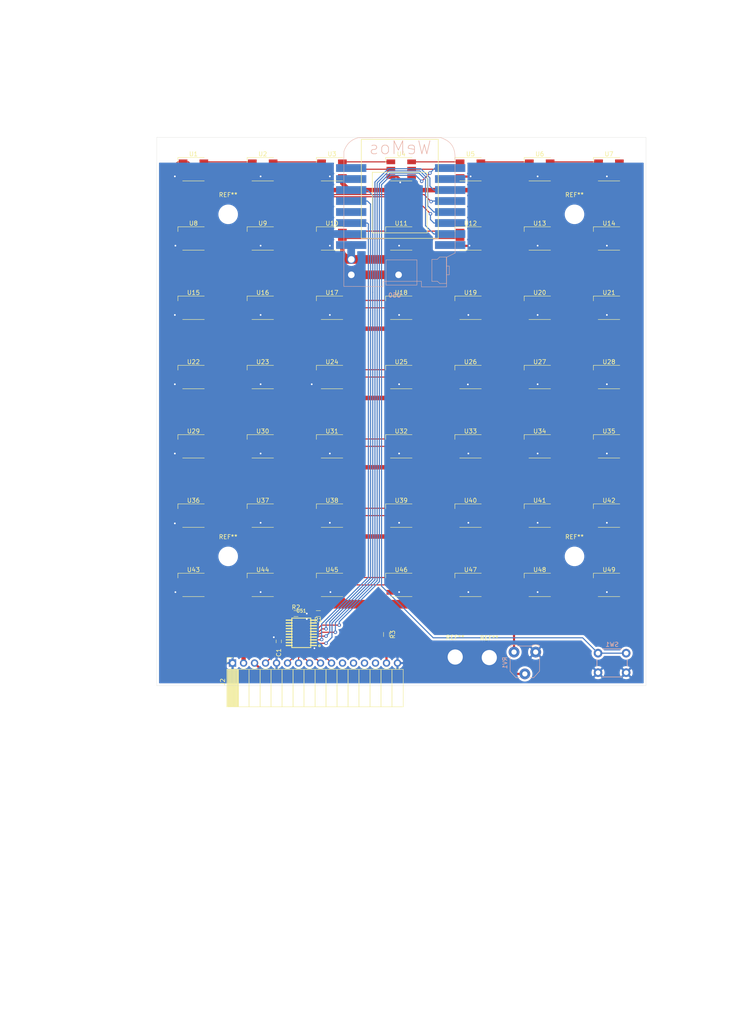
<source format=kicad_pcb>
(kicad_pcb (version 20171130) (host pcbnew "(5.1.5)-3")
  (layers (0 F.Cu signal) (31 B.Cu signal) (34 B.Paste user hide) (35 F.Paste user) (36 B.SilkS user hide) (37 F.SilkS user) (38 B.Mask user) (39 F.Mask user) (44 Edge.Cuts user))
  (net 0 "")
  (net 1 GND)
  (net 2 +5V)
  (net 3 "Net-(J2-Pad14)")
  (net 4 "Net-(J2-Pad13)")
  (net 5 "Net-(J2-Pad12)")
  (net 6 "Net-(J2-Pad11)")
  (net 7 "Net-(J2-Pad10)")
  (net 8 "Net-(J2-Pad9)")
  (net 9 "Net-(J2-Pad8)")
  (net 10 "Net-(J2-Pad7)")
  (net 11 "Net-(J2-Pad6)")
  (net 12 "Net-(J2-Pad4)")
  (net 13 "Net-(J2-Pad3)")
  (net 14 "Net-(R1-Pad1)")
  (net 15 "Net-(R2-Pad1)")
  (net 16 "Net-(SW1-Pad1)")
  (net 17 "Net-(U1-Pad5)")
  (net 18 "Net-(U1-Pad4)")
  (net 19 "Net-(U1-Pad1)")
  (net 20 "Net-(U2-Pad5)")
  (net 21 "Net-(U2-Pad4)")
  (net 22 "Net-(U3-Pad4)")
  (net 23 "Net-(U3-Pad5)")
  (net 24 "Net-(U4-Pad5)")
  (net 25 "Net-(U4-Pad4)")
  (net 26 "Net-(U5-Pad4)")
  (net 27 "Net-(U5-Pad5)")
  (net 28 "Net-(U6-Pad5)")
  (net 29 "Net-(U6-Pad4)")
  (net 30 "Net-(U7-Pad4)")
  (net 31 "Net-(U7-Pad5)")
  (net 32 "Net-(U8-Pad5)")
  (net 33 "Net-(U8-Pad4)")
  (net 34 "Net-(U10-Pad1)")
  (net 35 "Net-(U10-Pad2)")
  (net 36 "Net-(U10-Pad5)")
  (net 37 "Net-(U10-Pad4)")
  (net 38 "Net-(U11-Pad4)")
  (net 39 "Net-(U11-Pad5)")
  (net 40 "Net-(U12-Pad5)")
  (net 41 "Net-(U12-Pad4)")
  (net 42 "Net-(U13-Pad4)")
  (net 43 "Net-(U13-Pad5)")
  (net 44 "Net-(U14-Pad5)")
  (net 45 "Net-(U14-Pad4)")
  (net 46 "Net-(U15-Pad4)")
  (net 47 "Net-(U15-Pad5)")
  (net 48 "Net-(U16-Pad5)")
  (net 49 "Net-(U16-Pad4)")
  (net 50 "Net-(U17-Pad4)")
  (net 51 "Net-(U17-Pad5)")
  (net 52 "Net-(U18-Pad5)")
  (net 53 "Net-(U18-Pad4)")
  (net 54 "Net-(U19-Pad4)")
  (net 55 "Net-(U19-Pad5)")
  (net 56 "Net-(U20-Pad5)")
  (net 57 "Net-(U20-Pad4)")
  (net 58 "Net-(U21-Pad4)")
  (net 59 "Net-(U21-Pad5)")
  (net 60 "Net-(U22-Pad5)")
  (net 61 "Net-(U22-Pad4)")
  (net 62 "Net-(U23-Pad4)")
  (net 63 "Net-(U23-Pad5)")
  (net 64 "Net-(U24-Pad4)")
  (net 65 "Net-(U24-Pad5)")
  (net 66 "Net-(U25-Pad5)")
  (net 67 "Net-(U25-Pad4)")
  (net 68 "Net-(U26-Pad4)")
  (net 69 "Net-(U26-Pad5)")
  (net 70 "Net-(U27-Pad4)")
  (net 71 "Net-(U27-Pad5)")
  (net 72 "Net-(U28-Pad5)")
  (net 73 "Net-(U28-Pad4)")
  (net 74 "Net-(U29-Pad4)")
  (net 75 "Net-(U29-Pad5)")
  (net 76 "Net-(U30-Pad5)")
  (net 77 "Net-(U30-Pad4)")
  (net 78 "Net-(U31-Pad4)")
  (net 79 "Net-(U31-Pad5)")
  (net 80 "Net-(U32-Pad5)")
  (net 81 "Net-(U32-Pad4)")
  (net 82 "Net-(U33-Pad4)")
  (net 83 "Net-(U33-Pad5)")
  (net 84 "Net-(U34-Pad5)")
  (net 85 "Net-(U34-Pad4)")
  (net 86 "Net-(U35-Pad4)")
  (net 87 "Net-(U35-Pad5)")
  (net 88 "Net-(U36-Pad5)")
  (net 89 "Net-(U36-Pad4)")
  (net 90 "Net-(U37-Pad5)")
  (net 91 "Net-(U37-Pad4)")
  (net 92 "Net-(U38-Pad4)")
  (net 93 "Net-(U38-Pad5)")
  (net 94 "Net-(U39-Pad5)")
  (net 95 "Net-(U39-Pad4)")
  (net 96 "Net-(U40-Pad4)")
  (net 97 "Net-(U40-Pad5)")
  (net 98 "Net-(U41-Pad5)")
  (net 99 "Net-(U41-Pad4)")
  (net 100 "Net-(U42-Pad4)")
  (net 101 "Net-(U42-Pad5)")
  (net 102 "Net-(U43-Pad5)")
  (net 103 "Net-(U43-Pad4)")
  (net 104 "Net-(U44-Pad4)")
  (net 105 "Net-(U44-Pad5)")
  (net 106 "Net-(U45-Pad5)")
  (net 107 "Net-(U45-Pad4)")
  (net 108 "Net-(U46-Pad4)")
  (net 109 "Net-(U46-Pad5)")
  (net 110 "Net-(U47-Pad5)")
  (net 111 "Net-(U47-Pad4)")
  (net 112 "Net-(U48-Pad4)")
  (net 113 "Net-(U48-Pad5)")
  (net 114 "Net-(U49-Pad5)")
  (net 115 "Net-(U49-Pad4)")
  (net 116 "Net-(U50-Pad8)")
  (net 117 "Net-(U50-Pad7)")
  (net 118 "Net-(U50-Pad6)")
  (net 119 "Net-(U50-Pad5)")
  (net 120 "Net-(U50-Pad4)")
  (net 121 "Net-(U50-Pad3)")
  (net 122 "Net-(U50-Pad16)")
  (net 123 "Net-(U50-Pad15)")
  (net 124 "Net-(U50-Pad13)")
  (net 125 "Net-(U50-Pad11)")
  (net 126 "Net-(U50-Pad10)")
  (net 127 "Net-(U51-Pad12)")
  (net 128 "Net-(U51-Pad11)")
  (net 129 "Net-(U1-Pad2)")
  (net 130 "Net-(J2-Pad15)")
  (module Resistors_SMD:R_0603_HandSoldering (layer F.Cu) (at 183.515 133.096 270)
    (fp_text reference R3 (at 0 -1.45 90) (layer F.SilkS))
    (fp_text value 1K)
    (pad 1 smd rect (at -1.1 0 270) (size 1.2 0.9) (layers F.Cu F.Paste F.Mask) (net 2 +5V))
    (pad 2 smd rect (at 1.1 0 270) (size 1.2 0.9) (layers F.Cu F.Paste F.Mask) (net 130 "Net-(J2-Pad15)"))
  )
  (module Mounting_Holes:MountingHole_3.5mm (layer F.Cu) (at 199.39 138.303)
    (fp_text reference REF** (at 0 -4.5) (layer F.SilkS))
    (fp_text value MountingHole_3.5mm)
    (pad 1 np_thru_hole circle (at 0 0) (size 3.5 3.5) (drill 3.5) (layers *.Cu *.Mask))
  )
  (module Mounting_Holes:MountingHole_3.5mm (layer F.Cu) (at 207.264 138.43)
    (fp_text reference REF** (at 0 -4.5) (layer F.SilkS))
    (fp_text value MountingHole_3.5mm)
    (pad 1 np_thru_hole circle (at 0 0) (size 3.5 3.5) (drill 3.5) (layers *.Cu *.Mask))
  )
  (module ApA201c:APA102C (layer F.Cu) (at 170.92 89.65)
    (fp_text reference U31 (at 0 -3.5 180) (layer F.SilkS))
    (fp_text value APA102C)
    (pad 6 smd rect (at 2.4 1.7 90) (size 1.1 2) (layers F.Cu F.Paste F.Mask) (net 2 +5V))
    (pad 5 smd rect (at 2.4 0 90) (size 1.1 2) (layers F.Cu F.Paste F.Mask) (net 79 "Net-(U31-Pad5)"))
    (pad 4 smd rect (at 2.4 -1.7 90) (size 1.1 2) (layers F.Cu F.Paste F.Mask) (net 78 "Net-(U31-Pad4)"))
    (pad 3 smd rect (at -2.4 1.7 90) (size 1.1 2) (layers F.Cu F.Paste F.Mask) (net 1 GND))
    (pad 2 smd rect (at -2.4 0 90) (size 1.1 2) (layers F.Cu F.Paste F.Mask) (net 76 "Net-(U30-Pad5)"))
    (pad 1 smd rect (at -2.4 -1.7 90) (size 1.1 2) (layers F.Cu F.Paste F.Mask) (net 77 "Net-(U30-Pad4)"))
  )
  (module ApA201c:APA102C (layer F.Cu) (at 170.92 121.65)
    (fp_text reference U45 (at 0 -3.5 180) (layer F.SilkS))
    (fp_text value APA102C)
    (pad 6 smd rect (at 2.4 1.7 90) (size 1.1 2) (layers F.Cu F.Paste F.Mask) (net 2 +5V))
    (pad 5 smd rect (at 2.4 0 90) (size 1.1 2) (layers F.Cu F.Paste F.Mask) (net 106 "Net-(U45-Pad5)"))
    (pad 4 smd rect (at 2.4 -1.7 90) (size 1.1 2) (layers F.Cu F.Paste F.Mask) (net 107 "Net-(U45-Pad4)"))
    (pad 3 smd rect (at -2.4 1.7 90) (size 1.1 2) (layers F.Cu F.Paste F.Mask) (net 1 GND))
    (pad 2 smd rect (at -2.4 0 90) (size 1.1 2) (layers F.Cu F.Paste F.Mask) (net 105 "Net-(U44-Pad5)"))
    (pad 1 smd rect (at -2.4 -1.7 90) (size 1.1 2) (layers F.Cu F.Paste F.Mask) (net 104 "Net-(U44-Pad4)"))
  )
  (module Mounting_Holes:MountingHole_3.5mm (layer F.Cu) (at 146.939 115.062)
    (fp_text reference REF** (at 0 -4.5) (layer F.SilkS))
    (fp_text value MountingHole_3.5mm)
    (pad 1 np_thru_hole circle (at 0 0) (size 3.5 3.5) (drill 3.5) (layers *.Cu *.Mask))
  )
  (module Mounting_Holes:MountingHole_3.5mm (layer F.Cu) (at 226.949 115.062)
    (fp_text reference REF** (at 0 -4.5) (layer F.SilkS))
    (fp_text value MountingHole_3.5mm)
    (pad 1 np_thru_hole circle (at 0 0) (size 3.5 3.5) (drill 3.5) (layers *.Cu *.Mask))
  )
  (module Mounting_Holes:MountingHole_3.5mm (layer F.Cu) (at 226.949 36.068)
    (fp_text reference REF** (at 0 -4.5) (layer F.SilkS))
    (fp_text value MountingHole_3.5mm)
    (pad 1 np_thru_hole circle (at 0 0) (size 3.5 3.5) (drill 3.5) (layers *.Cu *.Mask))
  )
  (module Mounting_Holes:MountingHole_3.5mm (layer F.Cu) (at 146.939 36.068)
    (fp_text reference REF** (at 0 -4.5) (layer F.SilkS))
    (fp_text value MountingHole_3.5mm)
    (pad 1 np_thru_hole circle (at 0 0) (size 3.5 3.5) (drill 3.5) (layers *.Cu *.Mask))
  )
  (module wemos_d1_mini:D1_mini_board_smd (layer B.Cu) (at 186.69 35.941 180)
    (fp_text reference U50 (at 1.27 -18.81) (layer B.SilkS) (effects (justify mirror)))
    (fp_text value WeMos_mini)
    (fp_text user WeMos (at 0 15.24) (layer B.SilkS) (effects (font (size 3 3)) (justify mirror)))
    (pad 9 smd rect (at -11.53 10.56 180) (size 7 1.8) (layers B.Cu B.Paste B.Mask) (net 16 "Net-(SW1-Pad1)"))
    (pad 10 smd rect (at -11.53 8.02 180) (size 7 1.8) (layers B.Cu B.Paste B.Mask) (net 126 "Net-(U50-Pad10)"))
    (pad 11 smd rect (at -11.53 5.48 180) (size 7 1.8) (layers B.Cu B.Paste B.Mask) (net 125 "Net-(U50-Pad11)"))
    (pad 12 smd rect (at -11.53 2.94 180) (size 7 1.8) (layers B.Cu B.Paste B.Mask) (net 19 "Net-(U1-Pad1)"))
    (pad 13 smd rect (at -11.53 0.4 180) (size 7 1.8) (layers B.Cu B.Paste B.Mask) (net 124 "Net-(U50-Pad13)"))
    (pad 14 smd rect (at -11.53 -2.14 180) (size 7 1.8) (layers B.Cu B.Paste B.Mask) (net 129 "Net-(U1-Pad2)"))
    (pad 15 smd rect (at -11.53 -4.68 180) (size 7 1.8) (layers B.Cu B.Paste B.Mask) (net 123 "Net-(U50-Pad15)"))
    (pad 16 smd rect (at -11.53 -7.22 180) (size 7 1.8) (layers B.Cu B.Paste B.Mask) (net 122 "Net-(U50-Pad16)"))
    (pad 1 smd rect (at 11.33 -7.22 180) (size 7 1.8) (layers B.Cu B.Paste B.Mask) (net 2 +5V))
    (pad 2 smd rect (at 11.33 -4.68 180) (size 7 1.8) (layers B.Cu B.Paste B.Mask) (net 1 GND))
    (pad 3 smd rect (at 11.33 -2.14 180) (size 7 1.8) (layers B.Cu B.Paste B.Mask) (net 121 "Net-(U50-Pad3)"))
    (pad 4 smd rect (at 11.33 0.4 180) (size 7 1.8) (layers B.Cu B.Paste B.Mask) (net 120 "Net-(U50-Pad4)"))
    (pad 5 smd rect (at 11.33 2.94 180) (size 7 1.8) (layers B.Cu B.Paste B.Mask) (net 119 "Net-(U50-Pad5)"))
    (pad 6 smd rect (at 11.33 5.48 180) (size 7 1.8) (layers B.Cu B.Paste B.Mask) (net 118 "Net-(U50-Pad6)"))
    (pad 7 smd rect (at 11.33 8.02 180) (size 7 1.8) (layers B.Cu B.Paste B.Mask) (net 117 "Net-(U50-Pad7)"))
    (pad 8 smd rect (at 11.33 10.56 180) (size 7 1.8) (layers B.Cu B.Paste B.Mask) (net 116 "Net-(U50-Pad8)"))
  )
  (module ApA201c:APA102C (layer F.Cu) (at 234.92 41.65)
    (fp_text reference U14 (at 0 -3.5 180) (layer F.SilkS))
    (fp_text value APA102C)
    (pad 6 smd rect (at 2.4 1.7 90) (size 1.1 2) (layers F.Cu F.Paste F.Mask) (net 2 +5V))
    (pad 5 smd rect (at 2.4 0 90) (size 1.1 2) (layers F.Cu F.Paste F.Mask) (net 44 "Net-(U14-Pad5)"))
    (pad 4 smd rect (at 2.4 -1.7 90) (size 1.1 2) (layers F.Cu F.Paste F.Mask) (net 45 "Net-(U14-Pad4)"))
    (pad 3 smd rect (at -2.4 1.7 90) (size 1.1 2) (layers F.Cu F.Paste F.Mask) (net 1 GND))
    (pad 2 smd rect (at -2.4 0 90) (size 1.1 2) (layers F.Cu F.Paste F.Mask) (net 43 "Net-(U13-Pad5)"))
    (pad 1 smd rect (at -2.4 -1.7 90) (size 1.1 2) (layers F.Cu F.Paste F.Mask) (net 42 "Net-(U13-Pad4)"))
  )
  (module ApA201c:APA102C (layer F.Cu) (at 186.92 57.65)
    (fp_text reference U18 (at 0 -3.5 180) (layer F.SilkS))
    (fp_text value APA102C)
    (pad 6 smd rect (at 2.4 1.7 90) (size 1.1 2) (layers F.Cu F.Paste F.Mask) (net 2 +5V))
    (pad 5 smd rect (at 2.4 0 90) (size 1.1 2) (layers F.Cu F.Paste F.Mask) (net 52 "Net-(U18-Pad5)"))
    (pad 4 smd rect (at 2.4 -1.7 90) (size 1.1 2) (layers F.Cu F.Paste F.Mask) (net 53 "Net-(U18-Pad4)"))
    (pad 3 smd rect (at -2.4 1.7 90) (size 1.1 2) (layers F.Cu F.Paste F.Mask) (net 1 GND))
    (pad 2 smd rect (at -2.4 0 90) (size 1.1 2) (layers F.Cu F.Paste F.Mask) (net 51 "Net-(U17-Pad5)"))
    (pad 1 smd rect (at -2.4 -1.7 90) (size 1.1 2) (layers F.Cu F.Paste F.Mask) (net 50 "Net-(U17-Pad4)"))
  )
  (module ApA201c:APA102C (layer F.Cu) (at 170.92 73.65)
    (fp_text reference U24 (at 0 -3.5 180) (layer F.SilkS))
    (fp_text value APA102C)
    (pad 6 smd rect (at 2.4 1.7 90) (size 1.1 2) (layers F.Cu F.Paste F.Mask) (net 2 +5V))
    (pad 5 smd rect (at 2.4 0 90) (size 1.1 2) (layers F.Cu F.Paste F.Mask) (net 65 "Net-(U24-Pad5)"))
    (pad 4 smd rect (at 2.4 -1.7 90) (size 1.1 2) (layers F.Cu F.Paste F.Mask) (net 64 "Net-(U24-Pad4)"))
    (pad 3 smd rect (at -2.4 1.7 90) (size 1.1 2) (layers F.Cu F.Paste F.Mask) (net 1 GND))
    (pad 2 smd rect (at -2.4 0 90) (size 1.1 2) (layers F.Cu F.Paste F.Mask) (net 63 "Net-(U23-Pad5)"))
    (pad 1 smd rect (at -2.4 -1.7 90) (size 1.1 2) (layers F.Cu F.Paste F.Mask) (net 62 "Net-(U23-Pad4)"))
  )
  (module ApA201c:APA102C (layer F.Cu) (at 154.92 73.65)
    (fp_text reference U23 (at 0 -3.5 180) (layer F.SilkS))
    (fp_text value APA102C)
    (pad 6 smd rect (at 2.4 1.7 90) (size 1.1 2) (layers F.Cu F.Paste F.Mask) (net 2 +5V))
    (pad 5 smd rect (at 2.4 0 90) (size 1.1 2) (layers F.Cu F.Paste F.Mask) (net 63 "Net-(U23-Pad5)"))
    (pad 4 smd rect (at 2.4 -1.7 90) (size 1.1 2) (layers F.Cu F.Paste F.Mask) (net 62 "Net-(U23-Pad4)"))
    (pad 3 smd rect (at -2.4 1.7 90) (size 1.1 2) (layers F.Cu F.Paste F.Mask) (net 1 GND))
    (pad 2 smd rect (at -2.4 0 90) (size 1.1 2) (layers F.Cu F.Paste F.Mask) (net 60 "Net-(U22-Pad5)"))
    (pad 1 smd rect (at -2.4 -1.7 90) (size 1.1 2) (layers F.Cu F.Paste F.Mask) (net 61 "Net-(U22-Pad4)"))
  )
  (module ApA201c:APA102C (layer F.Cu) (at 186.92 89.65)
    (fp_text reference U32 (at 0 -3.5 180) (layer F.SilkS))
    (fp_text value APA102C)
    (pad 6 smd rect (at 2.4 1.7 90) (size 1.1 2) (layers F.Cu F.Paste F.Mask) (net 2 +5V))
    (pad 5 smd rect (at 2.4 0 90) (size 1.1 2) (layers F.Cu F.Paste F.Mask) (net 80 "Net-(U32-Pad5)"))
    (pad 4 smd rect (at 2.4 -1.7 90) (size 1.1 2) (layers F.Cu F.Paste F.Mask) (net 81 "Net-(U32-Pad4)"))
    (pad 3 smd rect (at -2.4 1.7 90) (size 1.1 2) (layers F.Cu F.Paste F.Mask) (net 1 GND))
    (pad 2 smd rect (at -2.4 0 90) (size 1.1 2) (layers F.Cu F.Paste F.Mask) (net 79 "Net-(U31-Pad5)"))
    (pad 1 smd rect (at -2.4 -1.7 90) (size 1.1 2) (layers F.Cu F.Paste F.Mask) (net 78 "Net-(U31-Pad4)"))
  )
  (module ApA201c:APA102C (layer F.Cu) (at 202.92 57.65)
    (fp_text reference U19 (at 0 -3.5 180) (layer F.SilkS))
    (fp_text value APA102C)
    (pad 6 smd rect (at 2.4 1.7 90) (size 1.1 2) (layers F.Cu F.Paste F.Mask) (net 2 +5V))
    (pad 5 smd rect (at 2.4 0 90) (size 1.1 2) (layers F.Cu F.Paste F.Mask) (net 55 "Net-(U19-Pad5)"))
    (pad 4 smd rect (at 2.4 -1.7 90) (size 1.1 2) (layers F.Cu F.Paste F.Mask) (net 54 "Net-(U19-Pad4)"))
    (pad 3 smd rect (at -2.4 1.7 90) (size 1.1 2) (layers F.Cu F.Paste F.Mask) (net 1 GND))
    (pad 2 smd rect (at -2.4 0 90) (size 1.1 2) (layers F.Cu F.Paste F.Mask) (net 52 "Net-(U18-Pad5)"))
    (pad 1 smd rect (at -2.4 -1.7 90) (size 1.1 2) (layers F.Cu F.Paste F.Mask) (net 53 "Net-(U18-Pad4)"))
  )
  (module ApA201c:APA102C (layer F.Cu) (at 234.92 57.65)
    (fp_text reference U21 (at 0 -3.5 180) (layer F.SilkS))
    (fp_text value APA102C)
    (pad 6 smd rect (at 2.4 1.7 90) (size 1.1 2) (layers F.Cu F.Paste F.Mask) (net 2 +5V))
    (pad 5 smd rect (at 2.4 0 90) (size 1.1 2) (layers F.Cu F.Paste F.Mask) (net 59 "Net-(U21-Pad5)"))
    (pad 4 smd rect (at 2.4 -1.7 90) (size 1.1 2) (layers F.Cu F.Paste F.Mask) (net 58 "Net-(U21-Pad4)"))
    (pad 3 smd rect (at -2.4 1.7 90) (size 1.1 2) (layers F.Cu F.Paste F.Mask) (net 1 GND))
    (pad 2 smd rect (at -2.4 0 90) (size 1.1 2) (layers F.Cu F.Paste F.Mask) (net 56 "Net-(U20-Pad5)"))
    (pad 1 smd rect (at -2.4 -1.7 90) (size 1.1 2) (layers F.Cu F.Paste F.Mask) (net 57 "Net-(U20-Pad4)"))
  )
  (module ApA201c:APA102C (layer F.Cu) (at 202.92 73.65)
    (fp_text reference U26 (at 0 -3.5 180) (layer F.SilkS))
    (fp_text value APA102C)
    (pad 6 smd rect (at 2.4 1.7 90) (size 1.1 2) (layers F.Cu F.Paste F.Mask) (net 2 +5V))
    (pad 5 smd rect (at 2.4 0 90) (size 1.1 2) (layers F.Cu F.Paste F.Mask) (net 69 "Net-(U26-Pad5)"))
    (pad 4 smd rect (at 2.4 -1.7 90) (size 1.1 2) (layers F.Cu F.Paste F.Mask) (net 68 "Net-(U26-Pad4)"))
    (pad 3 smd rect (at -2.4 1.7 90) (size 1.1 2) (layers F.Cu F.Paste F.Mask) (net 1 GND))
    (pad 2 smd rect (at -2.4 0 90) (size 1.1 2) (layers F.Cu F.Paste F.Mask) (net 66 "Net-(U25-Pad5)"))
    (pad 1 smd rect (at -2.4 -1.7 90) (size 1.1 2) (layers F.Cu F.Paste F.Mask) (net 67 "Net-(U25-Pad4)"))
  )
  (module ApA201c:APA102C (layer F.Cu) (at 170.92 57.65)
    (fp_text reference U17 (at 0 -3.5 180) (layer F.SilkS))
    (fp_text value APA102C)
    (pad 6 smd rect (at 2.4 1.7 90) (size 1.1 2) (layers F.Cu F.Paste F.Mask) (net 2 +5V))
    (pad 5 smd rect (at 2.4 0 90) (size 1.1 2) (layers F.Cu F.Paste F.Mask) (net 51 "Net-(U17-Pad5)"))
    (pad 4 smd rect (at 2.4 -1.7 90) (size 1.1 2) (layers F.Cu F.Paste F.Mask) (net 50 "Net-(U17-Pad4)"))
    (pad 3 smd rect (at -2.4 1.7 90) (size 1.1 2) (layers F.Cu F.Paste F.Mask) (net 1 GND))
    (pad 2 smd rect (at -2.4 0 90) (size 1.1 2) (layers F.Cu F.Paste F.Mask) (net 48 "Net-(U16-Pad5)"))
    (pad 1 smd rect (at -2.4 -1.7 90) (size 1.1 2) (layers F.Cu F.Paste F.Mask) (net 49 "Net-(U16-Pad4)"))
  )
  (module ApA201c:APA102C (layer F.Cu) (at 218.92 57.65)
    (fp_text reference U20 (at 0 -3.5 180) (layer F.SilkS))
    (fp_text value APA102C)
    (pad 6 smd rect (at 2.4 1.7 90) (size 1.1 2) (layers F.Cu F.Paste F.Mask) (net 2 +5V))
    (pad 5 smd rect (at 2.4 0 90) (size 1.1 2) (layers F.Cu F.Paste F.Mask) (net 56 "Net-(U20-Pad5)"))
    (pad 4 smd rect (at 2.4 -1.7 90) (size 1.1 2) (layers F.Cu F.Paste F.Mask) (net 57 "Net-(U20-Pad4)"))
    (pad 3 smd rect (at -2.4 1.7 90) (size 1.1 2) (layers F.Cu F.Paste F.Mask) (net 1 GND))
    (pad 2 smd rect (at -2.4 0 90) (size 1.1 2) (layers F.Cu F.Paste F.Mask) (net 55 "Net-(U19-Pad5)"))
    (pad 1 smd rect (at -2.4 -1.7 90) (size 1.1 2) (layers F.Cu F.Paste F.Mask) (net 54 "Net-(U19-Pad4)"))
  )
  (module ApA201c:APA102C (layer F.Cu) (at 154.92 89.65)
    (fp_text reference U30 (at 0 -3.5 180) (layer F.SilkS))
    (fp_text value APA102C)
    (pad 6 smd rect (at 2.4 1.7 90) (size 1.1 2) (layers F.Cu F.Paste F.Mask) (net 2 +5V))
    (pad 5 smd rect (at 2.4 0 90) (size 1.1 2) (layers F.Cu F.Paste F.Mask) (net 76 "Net-(U30-Pad5)"))
    (pad 4 smd rect (at 2.4 -1.7 90) (size 1.1 2) (layers F.Cu F.Paste F.Mask) (net 77 "Net-(U30-Pad4)"))
    (pad 3 smd rect (at -2.4 1.7 90) (size 1.1 2) (layers F.Cu F.Paste F.Mask) (net 1 GND))
    (pad 2 smd rect (at -2.4 0 90) (size 1.1 2) (layers F.Cu F.Paste F.Mask) (net 75 "Net-(U29-Pad5)"))
    (pad 1 smd rect (at -2.4 -1.7 90) (size 1.1 2) (layers F.Cu F.Paste F.Mask) (net 74 "Net-(U29-Pad4)"))
  )
  (module ApA201c:APA102C (layer F.Cu) (at 218.92 73.65)
    (fp_text reference U27 (at 0 -3.5 180) (layer F.SilkS))
    (fp_text value APA102C)
    (pad 6 smd rect (at 2.4 1.7 90) (size 1.1 2) (layers F.Cu F.Paste F.Mask) (net 2 +5V))
    (pad 5 smd rect (at 2.4 0 90) (size 1.1 2) (layers F.Cu F.Paste F.Mask) (net 71 "Net-(U27-Pad5)"))
    (pad 4 smd rect (at 2.4 -1.7 90) (size 1.1 2) (layers F.Cu F.Paste F.Mask) (net 70 "Net-(U27-Pad4)"))
    (pad 3 smd rect (at -2.4 1.7 90) (size 1.1 2) (layers F.Cu F.Paste F.Mask) (net 1 GND))
    (pad 2 smd rect (at -2.4 0 90) (size 1.1 2) (layers F.Cu F.Paste F.Mask) (net 69 "Net-(U26-Pad5)"))
    (pad 1 smd rect (at -2.4 -1.7 90) (size 1.1 2) (layers F.Cu F.Paste F.Mask) (net 68 "Net-(U26-Pad4)"))
  )
  (module ApA201c:APA102C (layer F.Cu) (at 218.92 41.65)
    (fp_text reference U13 (at 0 -3.5 180) (layer F.SilkS))
    (fp_text value APA102C)
    (pad 6 smd rect (at 2.4 1.7 90) (size 1.1 2) (layers F.Cu F.Paste F.Mask) (net 2 +5V))
    (pad 5 smd rect (at 2.4 0 90) (size 1.1 2) (layers F.Cu F.Paste F.Mask) (net 43 "Net-(U13-Pad5)"))
    (pad 4 smd rect (at 2.4 -1.7 90) (size 1.1 2) (layers F.Cu F.Paste F.Mask) (net 42 "Net-(U13-Pad4)"))
    (pad 3 smd rect (at -2.4 1.7 90) (size 1.1 2) (layers F.Cu F.Paste F.Mask) (net 1 GND))
    (pad 2 smd rect (at -2.4 0 90) (size 1.1 2) (layers F.Cu F.Paste F.Mask) (net 40 "Net-(U12-Pad5)"))
    (pad 1 smd rect (at -2.4 -1.7 90) (size 1.1 2) (layers F.Cu F.Paste F.Mask) (net 41 "Net-(U12-Pad4)"))
  )
  (module ApA201c:APA102C (layer F.Cu) (at 154.92 57.65)
    (fp_text reference U16 (at 0 -3.5 180) (layer F.SilkS))
    (fp_text value APA102C)
    (pad 6 smd rect (at 2.4 1.7 90) (size 1.1 2) (layers F.Cu F.Paste F.Mask) (net 2 +5V))
    (pad 5 smd rect (at 2.4 0 90) (size 1.1 2) (layers F.Cu F.Paste F.Mask) (net 48 "Net-(U16-Pad5)"))
    (pad 4 smd rect (at 2.4 -1.7 90) (size 1.1 2) (layers F.Cu F.Paste F.Mask) (net 49 "Net-(U16-Pad4)"))
    (pad 3 smd rect (at -2.4 1.7 90) (size 1.1 2) (layers F.Cu F.Paste F.Mask) (net 1 GND))
    (pad 2 smd rect (at -2.4 0 90) (size 1.1 2) (layers F.Cu F.Paste F.Mask) (net 47 "Net-(U15-Pad5)"))
    (pad 1 smd rect (at -2.4 -1.7 90) (size 1.1 2) (layers F.Cu F.Paste F.Mask) (net 46 "Net-(U15-Pad4)"))
  )
  (module ApA201c:APA102C (layer F.Cu) (at 186.92 73.65)
    (fp_text reference U25 (at 0 -3.5 180) (layer F.SilkS))
    (fp_text value APA102C)
    (pad 6 smd rect (at 2.4 1.7 90) (size 1.1 2) (layers F.Cu F.Paste F.Mask) (net 2 +5V))
    (pad 5 smd rect (at 2.4 0 90) (size 1.1 2) (layers F.Cu F.Paste F.Mask) (net 66 "Net-(U25-Pad5)"))
    (pad 4 smd rect (at 2.4 -1.7 90) (size 1.1 2) (layers F.Cu F.Paste F.Mask) (net 67 "Net-(U25-Pad4)"))
    (pad 3 smd rect (at -2.4 1.7 90) (size 1.1 2) (layers F.Cu F.Paste F.Mask) (net 1 GND))
    (pad 2 smd rect (at -2.4 0 90) (size 1.1 2) (layers F.Cu F.Paste F.Mask) (net 65 "Net-(U24-Pad5)"))
    (pad 1 smd rect (at -2.4 -1.7 90) (size 1.1 2) (layers F.Cu F.Paste F.Mask) (net 64 "Net-(U24-Pad4)"))
  )
  (module ApA201c:APA102C (layer F.Cu) (at 234.92 73.65)
    (fp_text reference U28 (at 0 -3.5 180) (layer F.SilkS))
    (fp_text value APA102C)
    (pad 6 smd rect (at 2.4 1.7 90) (size 1.1 2) (layers F.Cu F.Paste F.Mask) (net 2 +5V))
    (pad 5 smd rect (at 2.4 0 90) (size 1.1 2) (layers F.Cu F.Paste F.Mask) (net 72 "Net-(U28-Pad5)"))
    (pad 4 smd rect (at 2.4 -1.7 90) (size 1.1 2) (layers F.Cu F.Paste F.Mask) (net 73 "Net-(U28-Pad4)"))
    (pad 3 smd rect (at -2.4 1.7 90) (size 1.1 2) (layers F.Cu F.Paste F.Mask) (net 1 GND))
    (pad 2 smd rect (at -2.4 0 90) (size 1.1 2) (layers F.Cu F.Paste F.Mask) (net 71 "Net-(U27-Pad5)"))
    (pad 1 smd rect (at -2.4 -1.7 90) (size 1.1 2) (layers F.Cu F.Paste F.Mask) (net 70 "Net-(U27-Pad4)"))
  )
  (module ApA201c:APA102C (layer F.Cu) (at 234.92 89.65)
    (fp_text reference U35 (at 0 -3.5 180) (layer F.SilkS))
    (fp_text value APA102C)
    (pad 6 smd rect (at 2.4 1.7 90) (size 1.1 2) (layers F.Cu F.Paste F.Mask) (net 2 +5V))
    (pad 5 smd rect (at 2.4 0 90) (size 1.1 2) (layers F.Cu F.Paste F.Mask) (net 87 "Net-(U35-Pad5)"))
    (pad 4 smd rect (at 2.4 -1.7 90) (size 1.1 2) (layers F.Cu F.Paste F.Mask) (net 86 "Net-(U35-Pad4)"))
    (pad 3 smd rect (at -2.4 1.7 90) (size 1.1 2) (layers F.Cu F.Paste F.Mask) (net 1 GND))
    (pad 2 smd rect (at -2.4 0 90) (size 1.1 2) (layers F.Cu F.Paste F.Mask) (net 84 "Net-(U34-Pad5)"))
    (pad 1 smd rect (at -2.4 -1.7 90) (size 1.1 2) (layers F.Cu F.Paste F.Mask) (net 85 "Net-(U34-Pad4)"))
  )
  (module ApA201c:APA102C (layer F.Cu) (at 218.92 89.65)
    (fp_text reference U34 (at 0 -3.5 180) (layer F.SilkS))
    (fp_text value APA102C)
    (pad 6 smd rect (at 2.4 1.7 90) (size 1.1 2) (layers F.Cu F.Paste F.Mask) (net 2 +5V))
    (pad 5 smd rect (at 2.4 0 90) (size 1.1 2) (layers F.Cu F.Paste F.Mask) (net 84 "Net-(U34-Pad5)"))
    (pad 4 smd rect (at 2.4 -1.7 90) (size 1.1 2) (layers F.Cu F.Paste F.Mask) (net 85 "Net-(U34-Pad4)"))
    (pad 3 smd rect (at -2.4 1.7 90) (size 1.1 2) (layers F.Cu F.Paste F.Mask) (net 1 GND))
    (pad 2 smd rect (at -2.4 0 90) (size 1.1 2) (layers F.Cu F.Paste F.Mask) (net 83 "Net-(U33-Pad5)"))
    (pad 1 smd rect (at -2.4 -1.7 90) (size 1.1 2) (layers F.Cu F.Paste F.Mask) (net 82 "Net-(U33-Pad4)"))
  )
  (module ApA201c:APA102C (layer F.Cu) (at 202.92 89.65)
    (fp_text reference U33 (at 0 -3.5 180) (layer F.SilkS))
    (fp_text value APA102C)
    (pad 6 smd rect (at 2.4 1.7 90) (size 1.1 2) (layers F.Cu F.Paste F.Mask) (net 2 +5V))
    (pad 5 smd rect (at 2.4 0 90) (size 1.1 2) (layers F.Cu F.Paste F.Mask) (net 83 "Net-(U33-Pad5)"))
    (pad 4 smd rect (at 2.4 -1.7 90) (size 1.1 2) (layers F.Cu F.Paste F.Mask) (net 82 "Net-(U33-Pad4)"))
    (pad 3 smd rect (at -2.4 1.7 90) (size 1.1 2) (layers F.Cu F.Paste F.Mask) (net 1 GND))
    (pad 2 smd rect (at -2.4 0 90) (size 1.1 2) (layers F.Cu F.Paste F.Mask) (net 80 "Net-(U32-Pad5)"))
    (pad 1 smd rect (at -2.4 -1.7 90) (size 1.1 2) (layers F.Cu F.Paste F.Mask) (net 81 "Net-(U32-Pad4)"))
  )
  (module ApA201c:APA102C (layer F.Cu) (at 170.92 105.65)
    (fp_text reference U38 (at 0 -3.5 180) (layer F.SilkS))
    (fp_text value APA102C)
    (pad 6 smd rect (at 2.4 1.7 90) (size 1.1 2) (layers F.Cu F.Paste F.Mask) (net 2 +5V))
    (pad 5 smd rect (at 2.4 0 90) (size 1.1 2) (layers F.Cu F.Paste F.Mask) (net 93 "Net-(U38-Pad5)"))
    (pad 4 smd rect (at 2.4 -1.7 90) (size 1.1 2) (layers F.Cu F.Paste F.Mask) (net 92 "Net-(U38-Pad4)"))
    (pad 3 smd rect (at -2.4 1.7 90) (size 1.1 2) (layers F.Cu F.Paste F.Mask) (net 1 GND))
    (pad 2 smd rect (at -2.4 0 90) (size 1.1 2) (layers F.Cu F.Paste F.Mask) (net 90 "Net-(U37-Pad5)"))
    (pad 1 smd rect (at -2.4 -1.7 90) (size 1.1 2) (layers F.Cu F.Paste F.Mask) (net 91 "Net-(U37-Pad4)"))
  )
  (module ApA201c:APA102C (layer F.Cu) (at 218.92 105.65)
    (fp_text reference U41 (at 0 -3.5 180) (layer F.SilkS))
    (fp_text value APA102C)
    (pad 6 smd rect (at 2.4 1.7 90) (size 1.1 2) (layers F.Cu F.Paste F.Mask) (net 2 +5V))
    (pad 5 smd rect (at 2.4 0 90) (size 1.1 2) (layers F.Cu F.Paste F.Mask) (net 98 "Net-(U41-Pad5)"))
    (pad 4 smd rect (at 2.4 -1.7 90) (size 1.1 2) (layers F.Cu F.Paste F.Mask) (net 99 "Net-(U41-Pad4)"))
    (pad 3 smd rect (at -2.4 1.7 90) (size 1.1 2) (layers F.Cu F.Paste F.Mask) (net 1 GND))
    (pad 2 smd rect (at -2.4 0 90) (size 1.1 2) (layers F.Cu F.Paste F.Mask) (net 97 "Net-(U40-Pad5)"))
    (pad 1 smd rect (at -2.4 -1.7 90) (size 1.1 2) (layers F.Cu F.Paste F.Mask) (net 96 "Net-(U40-Pad4)"))
  )
  (module ApA201c:APA102C (layer F.Cu) (at 234.92 105.65)
    (fp_text reference U42 (at 0 -3.5 180) (layer F.SilkS))
    (fp_text value APA102C)
    (pad 6 smd rect (at 2.4 1.7 90) (size 1.1 2) (layers F.Cu F.Paste F.Mask) (net 2 +5V))
    (pad 5 smd rect (at 2.4 0 90) (size 1.1 2) (layers F.Cu F.Paste F.Mask) (net 101 "Net-(U42-Pad5)"))
    (pad 4 smd rect (at 2.4 -1.7 90) (size 1.1 2) (layers F.Cu F.Paste F.Mask) (net 100 "Net-(U42-Pad4)"))
    (pad 3 smd rect (at -2.4 1.7 90) (size 1.1 2) (layers F.Cu F.Paste F.Mask) (net 1 GND))
    (pad 2 smd rect (at -2.4 0 90) (size 1.1 2) (layers F.Cu F.Paste F.Mask) (net 98 "Net-(U41-Pad5)"))
    (pad 1 smd rect (at -2.4 -1.7 90) (size 1.1 2) (layers F.Cu F.Paste F.Mask) (net 99 "Net-(U41-Pad4)"))
  )
  (module ApA201c:APA102C (layer F.Cu) (at 186.92 105.65)
    (fp_text reference U39 (at 0 -3.5 180) (layer F.SilkS))
    (fp_text value APA102C)
    (pad 6 smd rect (at 2.4 1.7 90) (size 1.1 2) (layers F.Cu F.Paste F.Mask) (net 2 +5V))
    (pad 5 smd rect (at 2.4 0 90) (size 1.1 2) (layers F.Cu F.Paste F.Mask) (net 94 "Net-(U39-Pad5)"))
    (pad 4 smd rect (at 2.4 -1.7 90) (size 1.1 2) (layers F.Cu F.Paste F.Mask) (net 95 "Net-(U39-Pad4)"))
    (pad 3 smd rect (at -2.4 1.7 90) (size 1.1 2) (layers F.Cu F.Paste F.Mask) (net 1 GND))
    (pad 2 smd rect (at -2.4 0 90) (size 1.1 2) (layers F.Cu F.Paste F.Mask) (net 93 "Net-(U38-Pad5)"))
    (pad 1 smd rect (at -2.4 -1.7 90) (size 1.1 2) (layers F.Cu F.Paste F.Mask) (net 92 "Net-(U38-Pad4)"))
  )
  (module ApA201c:APA102C (layer F.Cu) (at 154.92 121.65)
    (fp_text reference U44 (at 0 -3.5 180) (layer F.SilkS))
    (fp_text value APA102C)
    (pad 6 smd rect (at 2.4 1.7 90) (size 1.1 2) (layers F.Cu F.Paste F.Mask) (net 2 +5V))
    (pad 5 smd rect (at 2.4 0 90) (size 1.1 2) (layers F.Cu F.Paste F.Mask) (net 105 "Net-(U44-Pad5)"))
    (pad 4 smd rect (at 2.4 -1.7 90) (size 1.1 2) (layers F.Cu F.Paste F.Mask) (net 104 "Net-(U44-Pad4)"))
    (pad 3 smd rect (at -2.4 1.7 90) (size 1.1 2) (layers F.Cu F.Paste F.Mask) (net 1 GND))
    (pad 2 smd rect (at -2.4 0 90) (size 1.1 2) (layers F.Cu F.Paste F.Mask) (net 102 "Net-(U43-Pad5)"))
    (pad 1 smd rect (at -2.4 -1.7 90) (size 1.1 2) (layers F.Cu F.Paste F.Mask) (net 103 "Net-(U43-Pad4)"))
  )
  (module ApA201c:APA102C (layer F.Cu) (at 154.92 105.65)
    (fp_text reference U37 (at 0 -3.5 180) (layer F.SilkS))
    (fp_text value APA102C)
    (pad 6 smd rect (at 2.4 1.7 90) (size 1.1 2) (layers F.Cu F.Paste F.Mask) (net 2 +5V))
    (pad 5 smd rect (at 2.4 0 90) (size 1.1 2) (layers F.Cu F.Paste F.Mask) (net 90 "Net-(U37-Pad5)"))
    (pad 4 smd rect (at 2.4 -1.7 90) (size 1.1 2) (layers F.Cu F.Paste F.Mask) (net 91 "Net-(U37-Pad4)"))
    (pad 3 smd rect (at -2.4 1.7 90) (size 1.1 2) (layers F.Cu F.Paste F.Mask) (net 1 GND))
    (pad 2 smd rect (at -2.4 0 90) (size 1.1 2) (layers F.Cu F.Paste F.Mask) (net 88 "Net-(U36-Pad5)"))
    (pad 1 smd rect (at -2.4 -1.7 90) (size 1.1 2) (layers F.Cu F.Paste F.Mask) (net 89 "Net-(U36-Pad4)"))
  )
  (module ApA201c:APA102C (layer F.Cu) (at 202.92 105.65)
    (fp_text reference U40 (at 0 -3.5 180) (layer F.SilkS))
    (fp_text value APA102C)
    (pad 6 smd rect (at 2.4 1.7 90) (size 1.1 2) (layers F.Cu F.Paste F.Mask) (net 2 +5V))
    (pad 5 smd rect (at 2.4 0 90) (size 1.1 2) (layers F.Cu F.Paste F.Mask) (net 97 "Net-(U40-Pad5)"))
    (pad 4 smd rect (at 2.4 -1.7 90) (size 1.1 2) (layers F.Cu F.Paste F.Mask) (net 96 "Net-(U40-Pad4)"))
    (pad 3 smd rect (at -2.4 1.7 90) (size 1.1 2) (layers F.Cu F.Paste F.Mask) (net 1 GND))
    (pad 2 smd rect (at -2.4 0 90) (size 1.1 2) (layers F.Cu F.Paste F.Mask) (net 94 "Net-(U39-Pad5)"))
    (pad 1 smd rect (at -2.4 -1.7 90) (size 1.1 2) (layers F.Cu F.Paste F.Mask) (net 95 "Net-(U39-Pad4)"))
  )
  (module ApA201c:APA102C (layer F.Cu) (at 186.92 121.65)
    (fp_text reference U46 (at 0 -3.5 180) (layer F.SilkS))
    (fp_text value APA102C)
    (pad 6 smd rect (at 2.4 1.7 90) (size 1.1 2) (layers F.Cu F.Paste F.Mask) (net 2 +5V))
    (pad 5 smd rect (at 2.4 0 90) (size 1.1 2) (layers F.Cu F.Paste F.Mask) (net 109 "Net-(U46-Pad5)"))
    (pad 4 smd rect (at 2.4 -1.7 90) (size 1.1 2) (layers F.Cu F.Paste F.Mask) (net 108 "Net-(U46-Pad4)"))
    (pad 3 smd rect (at -2.4 1.7 90) (size 1.1 2) (layers F.Cu F.Paste F.Mask) (net 1 GND))
    (pad 2 smd rect (at -2.4 0 90) (size 1.1 2) (layers F.Cu F.Paste F.Mask) (net 106 "Net-(U45-Pad5)"))
    (pad 1 smd rect (at -2.4 -1.7 90) (size 1.1 2) (layers F.Cu F.Paste F.Mask) (net 107 "Net-(U45-Pad4)"))
  )
  (module ApA201c:APA102C (layer F.Cu) (at 202.92 121.65)
    (fp_text reference U47 (at 0 -3.5 180) (layer F.SilkS))
    (fp_text value APA102C)
    (pad 6 smd rect (at 2.4 1.7 90) (size 1.1 2) (layers F.Cu F.Paste F.Mask) (net 2 +5V))
    (pad 5 smd rect (at 2.4 0 90) (size 1.1 2) (layers F.Cu F.Paste F.Mask) (net 110 "Net-(U47-Pad5)"))
    (pad 4 smd rect (at 2.4 -1.7 90) (size 1.1 2) (layers F.Cu F.Paste F.Mask) (net 111 "Net-(U47-Pad4)"))
    (pad 3 smd rect (at -2.4 1.7 90) (size 1.1 2) (layers F.Cu F.Paste F.Mask) (net 1 GND))
    (pad 2 smd rect (at -2.4 0 90) (size 1.1 2) (layers F.Cu F.Paste F.Mask) (net 109 "Net-(U46-Pad5)"))
    (pad 1 smd rect (at -2.4 -1.7 90) (size 1.1 2) (layers F.Cu F.Paste F.Mask) (net 108 "Net-(U46-Pad4)"))
  )
  (module ApA201c:APA102C (layer F.Cu) (at 218.92 121.65)
    (fp_text reference U48 (at 0 -3.5 180) (layer F.SilkS))
    (fp_text value APA102C)
    (pad 6 smd rect (at 2.4 1.7 90) (size 1.1 2) (layers F.Cu F.Paste F.Mask) (net 2 +5V))
    (pad 5 smd rect (at 2.4 0 90) (size 1.1 2) (layers F.Cu F.Paste F.Mask) (net 113 "Net-(U48-Pad5)"))
    (pad 4 smd rect (at 2.4 -1.7 90) (size 1.1 2) (layers F.Cu F.Paste F.Mask) (net 112 "Net-(U48-Pad4)"))
    (pad 3 smd rect (at -2.4 1.7 90) (size 1.1 2) (layers F.Cu F.Paste F.Mask) (net 1 GND))
    (pad 2 smd rect (at -2.4 0 90) (size 1.1 2) (layers F.Cu F.Paste F.Mask) (net 110 "Net-(U47-Pad5)"))
    (pad 1 smd rect (at -2.4 -1.7 90) (size 1.1 2) (layers F.Cu F.Paste F.Mask) (net 111 "Net-(U47-Pad4)"))
  )
  (module ApA201c:APA102C (layer F.Cu) (at 234.92 121.65)
    (fp_text reference U49 (at 0 -3.5 180) (layer F.SilkS))
    (fp_text value APA102C)
    (pad 6 smd rect (at 2.4 1.7 90) (size 1.1 2) (layers F.Cu F.Paste F.Mask) (net 2 +5V))
    (pad 5 smd rect (at 2.4 0 90) (size 1.1 2) (layers F.Cu F.Paste F.Mask) (net 114 "Net-(U49-Pad5)"))
    (pad 4 smd rect (at 2.4 -1.7 90) (size 1.1 2) (layers F.Cu F.Paste F.Mask) (net 115 "Net-(U49-Pad4)"))
    (pad 3 smd rect (at -2.4 1.7 90) (size 1.1 2) (layers F.Cu F.Paste F.Mask) (net 1 GND))
    (pad 2 smd rect (at -2.4 0 90) (size 1.1 2) (layers F.Cu F.Paste F.Mask) (net 113 "Net-(U48-Pad5)"))
    (pad 1 smd rect (at -2.4 -1.7 90) (size 1.1 2) (layers F.Cu F.Paste F.Mask) (net 112 "Net-(U48-Pad4)"))
  )
  (module ApA201c:APA102C (layer F.Cu) (at 234.92 25.65)
    (fp_text reference U7 (at 0 -3.5 180) (layer F.SilkS))
    (fp_text value APA102C)
    (pad 6 smd rect (at 2.4 1.7 90) (size 1.1 2) (layers F.Cu F.Paste F.Mask) (net 2 +5V))
    (pad 5 smd rect (at 2.4 0 90) (size 1.1 2) (layers F.Cu F.Paste F.Mask) (net 31 "Net-(U7-Pad5)"))
    (pad 4 smd rect (at 2.4 -1.7 90) (size 1.1 2) (layers F.Cu F.Paste F.Mask) (net 30 "Net-(U7-Pad4)"))
    (pad 3 smd rect (at -2.4 1.7 90) (size 1.1 2) (layers F.Cu F.Paste F.Mask) (net 1 GND))
    (pad 2 smd rect (at -2.4 0 90) (size 1.1 2) (layers F.Cu F.Paste F.Mask) (net 28 "Net-(U6-Pad5)"))
    (pad 1 smd rect (at -2.4 -1.7 90) (size 1.1 2) (layers F.Cu F.Paste F.Mask) (net 29 "Net-(U6-Pad4)"))
  )
  (module ApA201c:APA102C (layer F.Cu) (at 170.92 25.65)
    (fp_text reference U3 (at 0 -3.5 180) (layer F.SilkS))
    (fp_text value APA102C)
    (pad 6 smd rect (at 2.4 1.7 90) (size 1.1 2) (layers F.Cu F.Paste F.Mask) (net 2 +5V))
    (pad 5 smd rect (at 2.4 0 90) (size 1.1 2) (layers F.Cu F.Paste F.Mask) (net 23 "Net-(U3-Pad5)"))
    (pad 4 smd rect (at 2.4 -1.7 90) (size 1.1 2) (layers F.Cu F.Paste F.Mask) (net 22 "Net-(U3-Pad4)"))
    (pad 3 smd rect (at -2.4 1.7 90) (size 1.1 2) (layers F.Cu F.Paste F.Mask) (net 1 GND))
    (pad 2 smd rect (at -2.4 0 90) (size 1.1 2) (layers F.Cu F.Paste F.Mask) (net 20 "Net-(U2-Pad5)"))
    (pad 1 smd rect (at -2.4 -1.7 90) (size 1.1 2) (layers F.Cu F.Paste F.Mask) (net 21 "Net-(U2-Pad4)"))
  )
  (module ApA201c:APA102C (layer F.Cu) (at 154.92 41.65)
    (fp_text reference U9 (at 0 -3.5 180) (layer F.SilkS))
    (fp_text value APA102C)
    (pad 6 smd rect (at 2.4 1.7 90) (size 1.1 2) (layers F.Cu F.Paste F.Mask) (net 2 +5V))
    (pad 5 smd rect (at 2.4 0 90) (size 1.1 2) (layers F.Cu F.Paste F.Mask) (net 35 "Net-(U10-Pad2)"))
    (pad 4 smd rect (at 2.4 -1.7 90) (size 1.1 2) (layers F.Cu F.Paste F.Mask) (net 34 "Net-(U10-Pad1)"))
    (pad 3 smd rect (at -2.4 1.7 90) (size 1.1 2) (layers F.Cu F.Paste F.Mask) (net 1 GND))
    (pad 2 smd rect (at -2.4 0 90) (size 1.1 2) (layers F.Cu F.Paste F.Mask) (net 32 "Net-(U8-Pad5)"))
    (pad 1 smd rect (at -2.4 -1.7 90) (size 1.1 2) (layers F.Cu F.Paste F.Mask) (net 33 "Net-(U8-Pad4)"))
  )
  (module ApA201c:APA102C (layer F.Cu) (at 170.92 41.65)
    (fp_text reference U10 (at 0 -3.5 180) (layer F.SilkS))
    (fp_text value APA102C)
    (pad 6 smd rect (at 2.4 1.7 90) (size 1.1 2) (layers F.Cu F.Paste F.Mask) (net 2 +5V))
    (pad 5 smd rect (at 2.4 0 90) (size 1.1 2) (layers F.Cu F.Paste F.Mask) (net 36 "Net-(U10-Pad5)"))
    (pad 4 smd rect (at 2.4 -1.7 90) (size 1.1 2) (layers F.Cu F.Paste F.Mask) (net 37 "Net-(U10-Pad4)"))
    (pad 3 smd rect (at -2.4 1.7 90) (size 1.1 2) (layers F.Cu F.Paste F.Mask) (net 1 GND))
    (pad 2 smd rect (at -2.4 0 90) (size 1.1 2) (layers F.Cu F.Paste F.Mask) (net 35 "Net-(U10-Pad2)"))
    (pad 1 smd rect (at -2.4 -1.7 90) (size 1.1 2) (layers F.Cu F.Paste F.Mask) (net 34 "Net-(U10-Pad1)"))
  )
  (module ApA201c:APA102C (layer F.Cu) (at 202.92 25.65)
    (fp_text reference U5 (at 0 -3.5 180) (layer F.SilkS))
    (fp_text value APA102C)
    (pad 6 smd rect (at 2.4 1.7 90) (size 1.1 2) (layers F.Cu F.Paste F.Mask) (net 2 +5V))
    (pad 5 smd rect (at 2.4 0 90) (size 1.1 2) (layers F.Cu F.Paste F.Mask) (net 27 "Net-(U5-Pad5)"))
    (pad 4 smd rect (at 2.4 -1.7 90) (size 1.1 2) (layers F.Cu F.Paste F.Mask) (net 26 "Net-(U5-Pad4)"))
    (pad 3 smd rect (at -2.4 1.7 90) (size 1.1 2) (layers F.Cu F.Paste F.Mask) (net 1 GND))
    (pad 2 smd rect (at -2.4 0 90) (size 1.1 2) (layers F.Cu F.Paste F.Mask) (net 24 "Net-(U4-Pad5)"))
    (pad 1 smd rect (at -2.4 -1.7 90) (size 1.1 2) (layers F.Cu F.Paste F.Mask) (net 25 "Net-(U4-Pad4)"))
  )
  (module ApA201c:APA102C (layer F.Cu) (at 218.92 25.65)
    (fp_text reference U6 (at 0 -3.5 180) (layer F.SilkS))
    (fp_text value APA102C)
    (pad 6 smd rect (at 2.4 1.7 90) (size 1.1 2) (layers F.Cu F.Paste F.Mask) (net 2 +5V))
    (pad 5 smd rect (at 2.4 0 90) (size 1.1 2) (layers F.Cu F.Paste F.Mask) (net 28 "Net-(U6-Pad5)"))
    (pad 4 smd rect (at 2.4 -1.7 90) (size 1.1 2) (layers F.Cu F.Paste F.Mask) (net 29 "Net-(U6-Pad4)"))
    (pad 3 smd rect (at -2.4 1.7 90) (size 1.1 2) (layers F.Cu F.Paste F.Mask) (net 1 GND))
    (pad 2 smd rect (at -2.4 0 90) (size 1.1 2) (layers F.Cu F.Paste F.Mask) (net 27 "Net-(U5-Pad5)"))
    (pad 1 smd rect (at -2.4 -1.7 90) (size 1.1 2) (layers F.Cu F.Paste F.Mask) (net 26 "Net-(U5-Pad4)"))
  )
  (module ApA201c:APA102C (layer F.Cu) (at 186.92 41.65)
    (fp_text reference U11 (at 0 -3.5 180) (layer F.SilkS))
    (fp_text value APA102C)
    (pad 6 smd rect (at 2.4 1.7 90) (size 1.1 2) (layers F.Cu F.Paste F.Mask) (net 2 +5V))
    (pad 5 smd rect (at 2.4 0 90) (size 1.1 2) (layers F.Cu F.Paste F.Mask) (net 39 "Net-(U11-Pad5)"))
    (pad 4 smd rect (at 2.4 -1.7 90) (size 1.1 2) (layers F.Cu F.Paste F.Mask) (net 38 "Net-(U11-Pad4)"))
    (pad 3 smd rect (at -2.4 1.7 90) (size 1.1 2) (layers F.Cu F.Paste F.Mask) (net 1 GND))
    (pad 2 smd rect (at -2.4 0 90) (size 1.1 2) (layers F.Cu F.Paste F.Mask) (net 36 "Net-(U10-Pad5)"))
    (pad 1 smd rect (at -2.4 -1.7 90) (size 1.1 2) (layers F.Cu F.Paste F.Mask) (net 37 "Net-(U10-Pad4)"))
  )
  (module ApA201c:APA102C (layer F.Cu) (at 202.92 41.65)
    (fp_text reference U12 (at 0 -3.5 180) (layer F.SilkS))
    (fp_text value APA102C)
    (pad 6 smd rect (at 2.4 1.7 90) (size 1.1 2) (layers F.Cu F.Paste F.Mask) (net 2 +5V))
    (pad 5 smd rect (at 2.4 0 90) (size 1.1 2) (layers F.Cu F.Paste F.Mask) (net 40 "Net-(U12-Pad5)"))
    (pad 4 smd rect (at 2.4 -1.7 90) (size 1.1 2) (layers F.Cu F.Paste F.Mask) (net 41 "Net-(U12-Pad4)"))
    (pad 3 smd rect (at -2.4 1.7 90) (size 1.1 2) (layers F.Cu F.Paste F.Mask) (net 1 GND))
    (pad 2 smd rect (at -2.4 0 90) (size 1.1 2) (layers F.Cu F.Paste F.Mask) (net 39 "Net-(U11-Pad5)"))
    (pad 1 smd rect (at -2.4 -1.7 90) (size 1.1 2) (layers F.Cu F.Paste F.Mask) (net 38 "Net-(U11-Pad4)"))
  )
  (module ApA201c:APA102C (layer F.Cu) (at 186.92 25.65)
    (fp_text reference U4 (at 0 -3.5 180) (layer F.SilkS))
    (fp_text value APA102C)
    (pad 6 smd rect (at 2.4 1.7 90) (size 1.1 2) (layers F.Cu F.Paste F.Mask) (net 2 +5V))
    (pad 5 smd rect (at 2.4 0 90) (size 1.1 2) (layers F.Cu F.Paste F.Mask) (net 24 "Net-(U4-Pad5)"))
    (pad 4 smd rect (at 2.4 -1.7 90) (size 1.1 2) (layers F.Cu F.Paste F.Mask) (net 25 "Net-(U4-Pad4)"))
    (pad 3 smd rect (at -2.4 1.7 90) (size 1.1 2) (layers F.Cu F.Paste F.Mask) (net 1 GND))
    (pad 2 smd rect (at -2.4 0 90) (size 1.1 2) (layers F.Cu F.Paste F.Mask) (net 23 "Net-(U3-Pad5)"))
    (pad 1 smd rect (at -2.4 -1.7 90) (size 1.1 2) (layers F.Cu F.Paste F.Mask) (net 22 "Net-(U3-Pad4)"))
  )
  (module ApA201c:APA102C (layer F.Cu) (at 154.92 25.65)
    (fp_text reference U2 (at 0 -3.5 180) (layer F.SilkS))
    (fp_text value APA102C)
    (pad 6 smd rect (at 2.4 1.7 90) (size 1.1 2) (layers F.Cu F.Paste F.Mask) (net 2 +5V))
    (pad 5 smd rect (at 2.4 0 90) (size 1.1 2) (layers F.Cu F.Paste F.Mask) (net 20 "Net-(U2-Pad5)"))
    (pad 4 smd rect (at 2.4 -1.7 90) (size 1.1 2) (layers F.Cu F.Paste F.Mask) (net 21 "Net-(U2-Pad4)"))
    (pad 3 smd rect (at -2.4 1.7 90) (size 1.1 2) (layers F.Cu F.Paste F.Mask) (net 1 GND))
    (pad 2 smd rect (at -2.4 0 90) (size 1.1 2) (layers F.Cu F.Paste F.Mask) (net 17 "Net-(U1-Pad5)"))
    (pad 1 smd rect (at -2.4 -1.7 90) (size 1.1 2) (layers F.Cu F.Paste F.Mask) (net 18 "Net-(U1-Pad4)"))
  )
  (module ApA201c:APA102C (layer F.Cu) (at 138.92 105.65)
    (fp_text reference U36 (at 0 -3.5 180) (layer F.SilkS))
    (fp_text value APA102C)
    (pad 6 smd rect (at 2.4 1.7 90) (size 1.1 2) (layers F.Cu F.Paste F.Mask) (net 2 +5V))
    (pad 5 smd rect (at 2.4 0 90) (size 1.1 2) (layers F.Cu F.Paste F.Mask) (net 88 "Net-(U36-Pad5)"))
    (pad 4 smd rect (at 2.4 -1.7 90) (size 1.1 2) (layers F.Cu F.Paste F.Mask) (net 89 "Net-(U36-Pad4)"))
    (pad 3 smd rect (at -2.4 1.7 90) (size 1.1 2) (layers F.Cu F.Paste F.Mask) (net 1 GND))
    (pad 2 smd rect (at -2.4 0 90) (size 1.1 2) (layers F.Cu F.Paste F.Mask) (net 129 "Net-(U1-Pad2)"))
    (pad 1 smd rect (at -2.4 -1.7 90) (size 1.1 2) (layers F.Cu F.Paste F.Mask) (net 19 "Net-(U1-Pad1)"))
  )
  (module ApA201c:APA102C (layer F.Cu) (at 138.92 73.65)
    (fp_text reference U22 (at 0 -3.5 180) (layer F.SilkS))
    (fp_text value APA102C)
    (pad 6 smd rect (at 2.4 1.7 90) (size 1.1 2) (layers F.Cu F.Paste F.Mask) (net 2 +5V))
    (pad 5 smd rect (at 2.4 0 90) (size 1.1 2) (layers F.Cu F.Paste F.Mask) (net 60 "Net-(U22-Pad5)"))
    (pad 4 smd rect (at 2.4 -1.7 90) (size 1.1 2) (layers F.Cu F.Paste F.Mask) (net 61 "Net-(U22-Pad4)"))
    (pad 3 smd rect (at -2.4 1.7 90) (size 1.1 2) (layers F.Cu F.Paste F.Mask) (net 1 GND))
    (pad 2 smd rect (at -2.4 0 90) (size 1.1 2) (layers F.Cu F.Paste F.Mask) (net 129 "Net-(U1-Pad2)"))
    (pad 1 smd rect (at -2.4 -1.7 90) (size 1.1 2) (layers F.Cu F.Paste F.Mask) (net 19 "Net-(U1-Pad1)"))
  )
  (module ApA201c:APA102C (layer F.Cu) (at 138.92 57.65)
    (fp_text reference U15 (at 0 -3.5 180) (layer F.SilkS))
    (fp_text value APA102C)
    (pad 6 smd rect (at 2.4 1.7 90) (size 1.1 2) (layers F.Cu F.Paste F.Mask) (net 2 +5V))
    (pad 5 smd rect (at 2.4 0 90) (size 1.1 2) (layers F.Cu F.Paste F.Mask) (net 47 "Net-(U15-Pad5)"))
    (pad 4 smd rect (at 2.4 -1.7 90) (size 1.1 2) (layers F.Cu F.Paste F.Mask) (net 46 "Net-(U15-Pad4)"))
    (pad 3 smd rect (at -2.4 1.7 90) (size 1.1 2) (layers F.Cu F.Paste F.Mask) (net 1 GND))
    (pad 2 smd rect (at -2.4 0 90) (size 1.1 2) (layers F.Cu F.Paste F.Mask) (net 129 "Net-(U1-Pad2)"))
    (pad 1 smd rect (at -2.4 -1.7 90) (size 1.1 2) (layers F.Cu F.Paste F.Mask) (net 19 "Net-(U1-Pad1)"))
  )
  (module ApA201c:APA102C (layer F.Cu) (at 138.92 89.65)
    (fp_text reference U29 (at 0 -3.5 180) (layer F.SilkS))
    (fp_text value APA102C)
    (pad 6 smd rect (at 2.4 1.7 90) (size 1.1 2) (layers F.Cu F.Paste F.Mask) (net 2 +5V))
    (pad 5 smd rect (at 2.4 0 90) (size 1.1 2) (layers F.Cu F.Paste F.Mask) (net 75 "Net-(U29-Pad5)"))
    (pad 4 smd rect (at 2.4 -1.7 90) (size 1.1 2) (layers F.Cu F.Paste F.Mask) (net 74 "Net-(U29-Pad4)"))
    (pad 3 smd rect (at -2.4 1.7 90) (size 1.1 2) (layers F.Cu F.Paste F.Mask) (net 1 GND))
    (pad 2 smd rect (at -2.4 0 90) (size 1.1 2) (layers F.Cu F.Paste F.Mask) (net 129 "Net-(U1-Pad2)"))
    (pad 1 smd rect (at -2.4 -1.7 90) (size 1.1 2) (layers F.Cu F.Paste F.Mask) (net 19 "Net-(U1-Pad1)"))
  )
  (module ApA201c:APA102C (layer F.Cu) (at 138.92 121.65)
    (fp_text reference U43 (at 0 -3.5 180) (layer F.SilkS))
    (fp_text value APA102C)
    (pad 6 smd rect (at 2.4 1.7 90) (size 1.1 2) (layers F.Cu F.Paste F.Mask) (net 2 +5V))
    (pad 5 smd rect (at 2.4 0 90) (size 1.1 2) (layers F.Cu F.Paste F.Mask) (net 102 "Net-(U43-Pad5)"))
    (pad 4 smd rect (at 2.4 -1.7 90) (size 1.1 2) (layers F.Cu F.Paste F.Mask) (net 103 "Net-(U43-Pad4)"))
    (pad 3 smd rect (at -2.4 1.7 90) (size 1.1 2) (layers F.Cu F.Paste F.Mask) (net 1 GND))
    (pad 2 smd rect (at -2.4 0 90) (size 1.1 2) (layers F.Cu F.Paste F.Mask) (net 129 "Net-(U1-Pad2)"))
    (pad 1 smd rect (at -2.4 -1.7 90) (size 1.1 2) (layers F.Cu F.Paste F.Mask) (net 19 "Net-(U1-Pad1)"))
  )
  (module ApA201c:APA102C (layer F.Cu) (at 138.92 41.65)
    (fp_text reference U8 (at 0 -3.5 180) (layer F.SilkS))
    (fp_text value APA102C)
    (pad 6 smd rect (at 2.4 1.7 90) (size 1.1 2) (layers F.Cu F.Paste F.Mask) (net 2 +5V))
    (pad 5 smd rect (at 2.4 0 90) (size 1.1 2) (layers F.Cu F.Paste F.Mask) (net 32 "Net-(U8-Pad5)"))
    (pad 4 smd rect (at 2.4 -1.7 90) (size 1.1 2) (layers F.Cu F.Paste F.Mask) (net 33 "Net-(U8-Pad4)"))
    (pad 3 smd rect (at -2.4 1.7 90) (size 1.1 2) (layers F.Cu F.Paste F.Mask) (net 1 GND))
    (pad 2 smd rect (at -2.4 0 90) (size 1.1 2) (layers F.Cu F.Paste F.Mask) (net 129 "Net-(U1-Pad2)"))
    (pad 1 smd rect (at -2.4 -1.7 90) (size 1.1 2) (layers F.Cu F.Paste F.Mask) (net 19 "Net-(U1-Pad1)"))
  )
  (module ApA201c:APA102C (layer F.Cu) (at 138.92 25.65)
    (fp_text reference U1 (at 0 -3.5 180) (layer F.SilkS))
    (fp_text value APA102C)
    (pad 6 smd rect (at 2.4 1.7 90) (size 1.1 2) (layers F.Cu F.Paste F.Mask) (net 2 +5V))
    (pad 5 smd rect (at 2.4 0 90) (size 1.1 2) (layers F.Cu F.Paste F.Mask) (net 17 "Net-(U1-Pad5)"))
    (pad 4 smd rect (at 2.4 -1.7 90) (size 1.1 2) (layers F.Cu F.Paste F.Mask) (net 18 "Net-(U1-Pad4)"))
    (pad 3 smd rect (at -2.4 1.7 90) (size 1.1 2) (layers F.Cu F.Paste F.Mask) (net 1 GND))
    (pad 2 smd rect (at -2.4 0 90) (size 1.1 2) (layers F.Cu F.Paste F.Mask) (net 129 "Net-(U1-Pad2)"))
    (pad 1 smd rect (at -2.4 -1.7 90) (size 1.1 2) (layers F.Cu F.Paste F.Mask) (net 19 "Net-(U1-Pad1)"))
  )
  (module Capacitors_SMD:C_0603_HandSoldering (layer F.Cu) (at 158.623 134.686 90)
    (fp_text reference C1 (at -2.601 0 90) (layer F.SilkS))
    (fp_text value .1uF)
    (pad 2 smd rect (at 0.95 0 90) (size 1.2 0.75) (layers F.Cu F.Paste F.Mask) (net 1 GND))
    (pad 1 smd rect (at -0.95 0 90) (size 1.2 0.75) (layers F.Cu F.Paste F.Mask) (net 2 +5V))
  )
  (module Socket_Strips:Socket_Strip_Angled_1x16_Pitch2.54mm (layer F.Cu) (at 147.955 139.7 90)
    (fp_text reference J2 (at -4.38 -2.27 90) (layer F.SilkS))
    (fp_text value CONN_01X16)
    (pad 16 thru_hole oval (at 0 38.1 90) (size 1.7 1.7) (drill 1) (layers *.Cu *.Mask) (net 1 GND))
    (pad 15 thru_hole oval (at 0 35.56 90) (size 1.7 1.7) (drill 1) (layers *.Cu *.Mask) (net 130 "Net-(J2-Pad15)"))
    (pad 14 thru_hole oval (at 0 33.02 90) (size 1.7 1.7) (drill 1) (layers *.Cu *.Mask) (net 3 "Net-(J2-Pad14)"))
    (pad 13 thru_hole oval (at 0 30.48 90) (size 1.7 1.7) (drill 1) (layers *.Cu *.Mask) (net 4 "Net-(J2-Pad13)"))
    (pad 12 thru_hole oval (at 0 27.94 90) (size 1.7 1.7) (drill 1) (layers *.Cu *.Mask) (net 5 "Net-(J2-Pad12)"))
    (pad 11 thru_hole oval (at 0 25.4 90) (size 1.7 1.7) (drill 1) (layers *.Cu *.Mask) (net 6 "Net-(J2-Pad11)"))
    (pad 10 thru_hole oval (at 0 22.86 90) (size 1.7 1.7) (drill 1) (layers *.Cu *.Mask) (net 7 "Net-(J2-Pad10)"))
    (pad 9 thru_hole oval (at 0 20.32 90) (size 1.7 1.7) (drill 1) (layers *.Cu *.Mask) (net 8 "Net-(J2-Pad9)"))
    (pad 8 thru_hole oval (at 0 17.78 90) (size 1.7 1.7) (drill 1) (layers *.Cu *.Mask) (net 9 "Net-(J2-Pad8)"))
    (pad 7 thru_hole oval (at 0 15.24 90) (size 1.7 1.7) (drill 1) (layers *.Cu *.Mask) (net 10 "Net-(J2-Pad7)"))
    (pad 6 thru_hole oval (at 0 12.7 90) (size 1.7 1.7) (drill 1) (layers *.Cu *.Mask) (net 11 "Net-(J2-Pad6)"))
    (pad 5 thru_hole oval (at 0 10.16 90) (size 1.7 1.7) (drill 1) (layers *.Cu *.Mask) (net 1 GND))
    (pad 4 thru_hole oval (at 0 7.62 90) (size 1.7 1.7) (drill 1) (layers *.Cu *.Mask) (net 12 "Net-(J2-Pad4)"))
    (pad 3 thru_hole oval (at 0 5.08 90) (size 1.7 1.7) (drill 1) (layers *.Cu *.Mask) (net 13 "Net-(J2-Pad3)"))
    (pad 2 thru_hole oval (at 0 2.54 90) (size 1.7 1.7) (drill 1) (layers *.Cu *.Mask) (net 2 +5V))
    (pad 1 thru_hole rect (at 0 0 90) (size 1.7 1.7) (drill 1) (layers *.Cu *.Mask) (net 1 GND))
  )
  (module Resistors_SMD:R_0603_HandSoldering (layer F.Cu) (at 167.767 128.27 180)
    (fp_text reference R1 (at 0 -1.45) (layer F.SilkS))
    (fp_text value 100K)
    (pad 1 smd rect (at -1.1 0 180) (size 1.2 0.9) (layers F.Cu F.Paste F.Mask) (net 14 "Net-(R1-Pad1)"))
    (pad 2 smd rect (at 1.1 0 180) (size 1.2 0.9) (layers F.Cu F.Paste F.Mask) (net 1 GND))
  )
  (module Resistors_SMD:R_0603_HandSoldering (layer F.Cu) (at 162.603 128.27)
    (fp_text reference R2 (at 0 -1.45) (layer F.SilkS))
    (fp_text value 100K)
    (pad 2 smd rect (at 1.1 0) (size 1.2 0.9) (layers F.Cu F.Paste F.Mask) (net 1 GND))
    (pad 1 smd rect (at -1.1 0) (size 1.2 0.9) (layers F.Cu F.Paste F.Mask) (net 15 "Net-(R2-Pad1)"))
  )
  (module Potentiometers:Potentiometer_Triwood_RM-065 (layer B.Cu) (at 212.979 137.16)
    (fp_text reference RV1 (at -2.1 2.5 -90) (layer B.SilkS) (effects (justify mirror)))
    (fp_text value POT)
    (pad 1 thru_hole circle (at 0 0) (size 2.5 2.5) (drill 1.2) (layers *.Cu *.Mask) (net 2 +5V))
    (pad 3 thru_hole circle (at 5 0) (size 2.5 2.5) (drill 1.2) (layers *.Cu *.Mask) (net 1 GND))
    (pad 2 thru_hole circle (at 2.5 5.04) (size 2.5 2.5) (drill 1.2) (layers *.Cu *.Mask) (net 13 "Net-(J2-Pad3)"))
  )
  (module Buttons_Switches_THT:SW_PUSH_6mm_h5mm (layer B.Cu) (at 238.887 137.414 180)
    (fp_text reference SW1 (at 3.25 2) (layer B.SilkS) (effects (justify mirror)))
    (fp_text value SW_Push)
    (pad 2 thru_hole circle (at 0 -4.5 90) (size 2 2) (drill 1.1) (layers *.Cu *.Mask) (net 1 GND))
    (pad 1 thru_hole circle (at 0 0 90) (size 2 2) (drill 1.1) (layers *.Cu *.Mask) (net 16 "Net-(SW1-Pad1)"))
    (pad 2 thru_hole circle (at 6.5 -4.5 90) (size 2 2) (drill 1.1) (layers *.Cu *.Mask) (net 1 GND))
    (pad 1 thru_hole circle (at 6.5 0 90) (size 2 2) (drill 1.1) (layers *.Cu *.Mask) (net 16 "Net-(SW1-Pad1)"))
  )
  (module SMD_Local_Packages:TSSOP20 (layer F.Cu) (at 163.83 132.715 180)
    (fp_text reference U51 (at 0 5.08) (layer F.SilkS) (effects (font (size 0.762 0.762) (thickness 0.1524))))
    (fp_text value 74HCT541_PWR hide)
    (pad 19 smd rect (at 2.8 -2.275 180) (size 1.6 0.3) (layers F.Cu F.Paste F.SilkS F.Mask) (net 1 GND))
    (pad 20 smd rect (at 2.8 -2.925 180) (size 1.6 0.3) (layers F.Cu F.Paste F.SilkS F.Mask) (net 2 +5V))
    (pad 18 smd rect (at 2.8 -1.625 180) (size 1.6 0.3) (layers F.Cu F.Paste F.SilkS F.Mask) (net 12 "Net-(J2-Pad4)"))
    (pad 17 smd rect (at 2.8 -0.975 180) (size 1.6 0.3) (layers F.Cu F.Paste F.SilkS F.Mask) (net 11 "Net-(J2-Pad6)"))
    (pad 16 smd rect (at 2.8 -0.325 180) (size 1.6 0.3) (layers F.Cu F.Paste F.SilkS F.Mask) (net 10 "Net-(J2-Pad7)"))
    (pad 15 smd rect (at 2.8 0.325 180) (size 1.6 0.3) (layers F.Cu F.Paste F.SilkS F.Mask) (net 9 "Net-(J2-Pad8)"))
    (pad 14 smd rect (at 2.8 0.975 180) (size 1.6 0.3) (layers F.Cu F.Paste F.SilkS F.Mask) (net 8 "Net-(J2-Pad9)"))
    (pad 13 smd rect (at 2.8 1.625 180) (size 1.6 0.3) (layers F.Cu F.Paste F.SilkS F.Mask) (net 7 "Net-(J2-Pad10)"))
    (pad 10 smd rect (at -2.8 2.925 180) (size 1.6 0.3) (layers F.Cu F.Paste F.SilkS F.Mask) (net 1 GND))
    (pad 9 smd rect (at -2.8 2.275 180) (size 1.6 0.3) (layers F.Cu F.Paste F.SilkS F.Mask) (net 15 "Net-(R2-Pad1)"))
    (pad 8 smd rect (at -2.8 1.625 180) (size 1.6 0.3) (layers F.Cu F.Paste F.SilkS F.Mask) (net 14 "Net-(R1-Pad1)"))
    (pad 7 smd rect (at -2.8 0.975 180) (size 1.6 0.3) (layers F.Cu F.Paste F.SilkS F.Mask) (net 123 "Net-(U50-Pad15)"))
    (pad 1 smd rect (at -2.8 -2.925 180) (size 1.6 0.3) (layers F.Cu F.Paste F.SilkS F.Mask) (net 1 GND))
    (pad 2 smd rect (at -2.8 -2.275 180) (size 1.6 0.3) (layers F.Cu F.Paste F.SilkS F.Mask) (net 125 "Net-(U50-Pad11)"))
    (pad 3 smd rect (at -2.8 -1.625 180) (size 1.6 0.3) (layers F.Cu F.Paste F.SilkS F.Mask) (net 121 "Net-(U50-Pad3)"))
    (pad 4 smd rect (at -2.8 -0.975 180) (size 1.6 0.3) (layers F.Cu F.Paste F.SilkS F.Mask) (net 118 "Net-(U50-Pad6)"))
    (pad 5 smd rect (at -2.8 -0.325 180) (size 1.6 0.3) (layers F.Cu F.Paste F.SilkS F.Mask) (net 124 "Net-(U50-Pad13)"))
    (pad 6 smd rect (at -2.8 0.325 180) (size 1.6 0.3) (layers F.Cu F.Paste F.SilkS F.Mask) (net 119 "Net-(U50-Pad5)"))
    (pad 12 smd rect (at 2.8 2.275 180) (size 1.6 0.3) (layers F.Cu F.Paste F.SilkS F.Mask) (net 127 "Net-(U51-Pad12)"))
    (pad 11 smd rect (at 2.8 2.925 180) (size 1.6 0.3) (layers F.Cu F.Paste F.SilkS F.Mask) (net 128 "Net-(U51-Pad11)"))
  )
  (gr_line (start 130.429 144.907) (end 130.429 18.288) (layer Edge.Cuts) (width 0.05))
  (gr_line (start 243.459 144.907) (end 130.429 144.907) (layer Edge.Cuts) (width 0.05))
  (gr_line (start 243.459 18.288) (end 243.459 144.907) (layer Edge.Cuts) (width 0.05))
  (gr_line (start 130.429 18.288) (end 243.459 18.288) (layer Edge.Cuts) (width 0.05))
  (segment (start 175.387 50.038) (end 175.387 50.038) (width 2) (layer F.Cu) (net 1))
  (via (at 186.309 50.038) (size 1.778) (drill 1.524) (layers F.Cu B.Cu) (net 1))
  (segment (start 175.387 50.038) (end 186.309 50.038) (width 2) (layer F.Cu) (net 1))
  (via (at 175.387 50.038) (size 1.778) (drill 1.524) (layers F.Cu B.Cu) (net 1))
  (via (at 154.43 27.305) (size 0.8) (drill 0.4) (layers F.Cu B.Cu) (net 1))
  (via (at 170.43 27.305) (size 0.8) (drill 0.4) (layers F.Cu B.Cu) (net 1))
  (via (at 218.43 27.305) (size 0.8) (drill 0.4) (layers F.Cu B.Cu) (net 1))
  (via (at 234.43 27.305) (size 0.8) (drill 0.4) (layers F.Cu B.Cu) (net 1))
  (via (at 154.43 43.305) (size 0.8) (drill 0.4) (layers F.Cu B.Cu) (net 1))
  (via (at 170.43 43.305) (size 0.8) (drill 0.4) (layers F.Cu B.Cu) (net 1))
  (via (at 186.43 43.305) (size 0.8) (drill 0.4) (layers F.Cu B.Cu) (net 1))
  (via (at 202.692 43.305) (size 0.8) (drill 0.4) (layers F.Cu B.Cu) (net 1))
  (via (at 218.43 43.305) (size 0.8) (drill 0.4) (layers F.Cu B.Cu) (net 1))
  (via (at 234.43 43.305) (size 0.8) (drill 0.4) (layers F.Cu B.Cu) (net 1))
  (via (at 154.43 59.305) (size 0.8) (drill 0.4) (layers F.Cu B.Cu) (net 1))
  (via (at 170.43 59.305) (size 0.8) (drill 0.4) (layers F.Cu B.Cu) (net 1))
  (via (at 186.43 59.305) (size 0.8) (drill 0.4) (layers F.Cu B.Cu) (net 1))
  (via (at 202.43 59.305) (size 0.8) (drill 0.4) (layers F.Cu B.Cu) (net 1))
  (via (at 218.43 59.305) (size 0.8) (drill 0.4) (layers F.Cu B.Cu) (net 1))
  (via (at 234.43 59.305) (size 0.8) (drill 0.4) (layers F.Cu B.Cu) (net 1))
  (via (at 154.43 75.305) (size 0.8) (drill 0.4) (layers F.Cu B.Cu) (net 1))
  (via (at 186.43 75.305) (size 0.8) (drill 0.4) (layers F.Cu B.Cu) (net 1))
  (via (at 218.43 75.305) (size 0.8) (drill 0.4) (layers F.Cu B.Cu) (net 1))
  (via (at 234.43 75.305) (size 0.8) (drill 0.4) (layers F.Cu B.Cu) (net 1))
  (via (at 154.43 91.305) (size 0.8) (drill 0.4) (layers F.Cu B.Cu) (net 1))
  (via (at 170.43 91.305) (size 0.8) (drill 0.4) (layers F.Cu B.Cu) (net 1))
  (via (at 186.43 91.305) (size 0.8) (drill 0.4) (layers F.Cu B.Cu) (net 1))
  (via (at 202.43 91.305) (size 0.8) (drill 0.4) (layers F.Cu B.Cu) (net 1))
  (via (at 218.43 91.305) (size 0.8) (drill 0.4) (layers F.Cu B.Cu) (net 1))
  (via (at 234.43 91.305) (size 0.8) (drill 0.4) (layers F.Cu B.Cu) (net 1))
  (via (at 154.43 107.305) (size 0.8) (drill 0.4) (layers F.Cu B.Cu) (net 1))
  (via (at 170.43 107.305) (size 0.8) (drill 0.4) (layers F.Cu B.Cu) (net 1))
  (via (at 186.43 107.305) (size 0.8) (drill 0.4) (layers F.Cu B.Cu) (net 1))
  (via (at 202.43 107.305) (size 0.8) (drill 0.4) (layers F.Cu B.Cu) (net 1))
  (via (at 218.43 107.305) (size 0.8) (drill 0.4) (layers F.Cu B.Cu) (net 1))
  (via (at 234.43 107.305) (size 0.8) (drill 0.4) (layers F.Cu B.Cu) (net 1))
  (via (at 154.43 123.305) (size 0.8) (drill 0.4) (layers F.Cu B.Cu) (net 1))
  (via (at 170.561 123.305) (size 0.8) (drill 0.4) (layers F.Cu B.Cu) (net 1))
  (via (at 186.43 123.305) (size 0.8) (drill 0.4) (layers F.Cu B.Cu) (net 1))
  (via (at 202.43 123.305) (size 0.8) (drill 0.4) (layers F.Cu B.Cu) (net 1))
  (via (at 218.43 123.305) (size 0.8) (drill 0.4) (layers F.Cu B.Cu) (net 1))
  (via (at 234.43 123.305) (size 0.8) (drill 0.4) (layers F.Cu B.Cu) (net 1))
  (segment (start 152.52 27.35) (end 154.385 27.35) (width 0.5) (layer F.Cu) (net 1))
  (segment (start 168.52 27.35) (end 170.385 27.35) (width 0.5) (layer F.Cu) (net 1))
  (segment (start 216.52 27.35) (end 218.385 27.35) (width 0.5) (layer F.Cu) (net 1))
  (segment (start 232.52 27.35) (end 234.385 27.35) (width 0.5) (layer F.Cu) (net 1))
  (segment (start 152.52 43.35) (end 154.385 43.35) (width 0.5) (layer F.Cu) (net 1))
  (segment (start 168.52 43.35) (end 170.385 43.35) (width 0.5) (layer F.Cu) (net 1))
  (segment (start 184.52 43.35) (end 186.385 43.35) (width 0.5) (layer F.Cu) (net 1))
  (segment (start 200.52 43.35) (end 202.385 43.35) (width 0.5) (layer F.Cu) (net 1))
  (segment (start 216.52 43.35) (end 218.385 43.35) (width 0.5) (layer F.Cu) (net 1))
  (segment (start 232.52 43.35) (end 234.385 43.35) (width 0.5) (layer F.Cu) (net 1))
  (segment (start 152.52 59.35) (end 154.385 59.35) (width 0.5) (layer F.Cu) (net 1))
  (segment (start 168.52 59.35) (end 170.385 59.35) (width 0.5) (layer F.Cu) (net 1))
  (segment (start 184.52 59.35) (end 186.385 59.35) (width 0.5) (layer F.Cu) (net 1))
  (segment (start 200.52 59.35) (end 202.385 59.35) (width 0.5) (layer F.Cu) (net 1))
  (segment (start 216.52 59.35) (end 218.385 59.35) (width 0.5) (layer F.Cu) (net 1))
  (segment (start 232.52 59.35) (end 234.385 59.35) (width 0.5) (layer F.Cu) (net 1))
  (segment (start 152.52 75.35) (end 154.385 75.35) (width 0.5) (layer F.Cu) (net 1))
  (segment (start 184.52 75.35) (end 186.385 75.35) (width 0.5) (layer F.Cu) (net 1))
  (segment (start 216.52 75.35) (end 218.385 75.35) (width 0.5) (layer F.Cu) (net 1))
  (segment (start 232.52 75.35) (end 234.385 75.35) (width 0.5) (layer F.Cu) (net 1))
  (segment (start 152.52 91.35) (end 154.385 91.35) (width 0.5) (layer F.Cu) (net 1))
  (segment (start 168.52 91.35) (end 170.385 91.35) (width 0.5) (layer F.Cu) (net 1))
  (segment (start 184.52 91.35) (end 186.385 91.35) (width 0.5) (layer F.Cu) (net 1))
  (segment (start 200.52 91.35) (end 202.385 91.35) (width 0.5) (layer F.Cu) (net 1))
  (segment (start 216.52 91.35) (end 218.385 91.35) (width 0.5) (layer F.Cu) (net 1))
  (segment (start 232.52 91.35) (end 234.385 91.35) (width 0.5) (layer F.Cu) (net 1))
  (segment (start 152.52 107.35) (end 154.385 107.35) (width 0.5) (layer F.Cu) (net 1))
  (segment (start 168.52 107.35) (end 170.385 107.35) (width 0.5) (layer F.Cu) (net 1))
  (segment (start 184.52 107.35) (end 186.385 107.35) (width 0.5) (layer F.Cu) (net 1))
  (segment (start 200.52 107.35) (end 202.385 107.35) (width 0.5) (layer F.Cu) (net 1))
  (segment (start 216.52 107.35) (end 218.385 107.35) (width 0.5) (layer F.Cu) (net 1))
  (segment (start 232.52 107.35) (end 234.385 107.35) (width 0.5) (layer F.Cu) (net 1))
  (segment (start 152.52 123.35) (end 154.385 123.35) (width 0.5) (layer F.Cu) (net 1))
  (segment (start 168.52 123.35) (end 170.385 123.35) (width 0.5) (layer F.Cu) (net 1))
  (segment (start 184.52 123.35) (end 186.385 123.35) (width 0.5) (layer F.Cu) (net 1))
  (segment (start 200.52 123.35) (end 202.385 123.35) (width 0.5) (layer F.Cu) (net 1))
  (segment (start 216.52 123.35) (end 218.385 123.35) (width 0.5) (layer F.Cu) (net 1))
  (segment (start 232.52 123.35) (end 234.385 123.35) (width 0.5) (layer F.Cu) (net 1))
  (segment (start 135.02 27.35) (end 134.975 27.305) (width 0.5) (layer F.Cu) (net 1))
  (segment (start 136.52 27.35) (end 135.02 27.35) (width 0.5) (layer F.Cu) (net 1))
  (via (at 134.62 27.305) (size 0.8) (drill 0.4) (layers F.Cu B.Cu) (net 1))
  (segment (start 134.975 27.305) (end 134.62 27.305) (width 0.5) (layer F.Cu) (net 1))
  (via (at 134.747 43.307) (size 0.8) (drill 0.4) (layers F.Cu B.Cu) (net 1))
  (segment (start 136.52 43.35) (end 134.79 43.35) (width 0.5) (layer F.Cu) (net 1))
  (segment (start 134.79 43.35) (end 134.747 43.307) (width 0.5) (layer F.Cu) (net 1))
  (segment (start 135.02 59.35) (end 134.979 59.309) (width 0.5) (layer F.Cu) (net 1))
  (segment (start 136.52 59.35) (end 135.02 59.35) (width 0.5) (layer F.Cu) (net 1))
  (via (at 134.62 59.309) (size 0.8) (drill 0.4) (layers F.Cu B.Cu) (net 1))
  (segment (start 134.979 59.309) (end 134.62 59.309) (width 0.5) (layer F.Cu) (net 1))
  (segment (start 135.02 75.35) (end 134.981 75.311) (width 0.5) (layer F.Cu) (net 1))
  (segment (start 136.52 75.35) (end 135.02 75.35) (width 0.5) (layer F.Cu) (net 1))
  (via (at 134.62 75.311) (size 0.8) (drill 0.4) (layers F.Cu B.Cu) (net 1))
  (segment (start 134.981 75.311) (end 134.62 75.311) (width 0.5) (layer F.Cu) (net 1))
  (segment (start 135.02 91.35) (end 134.983 91.313) (width 0.5) (layer F.Cu) (net 1))
  (segment (start 136.52 91.35) (end 135.02 91.35) (width 0.5) (layer F.Cu) (net 1))
  (via (at 134.62 91.313) (size 0.8) (drill 0.4) (layers F.Cu B.Cu) (net 1))
  (segment (start 134.983 91.313) (end 134.62 91.313) (width 0.5) (layer F.Cu) (net 1))
  (segment (start 135.02 107.35) (end 134.928 107.442) (width 0.5) (layer F.Cu) (net 1))
  (segment (start 136.52 107.35) (end 135.02 107.35) (width 0.5) (layer F.Cu) (net 1))
  (via (at 134.62 107.442) (size 0.8) (drill 0.4) (layers F.Cu B.Cu) (net 1))
  (segment (start 134.928 107.442) (end 134.62 107.442) (width 0.5) (layer F.Cu) (net 1))
  (segment (start 135.02 123.35) (end 134.987 123.317) (width 0.5) (layer F.Cu) (net 1))
  (segment (start 136.52 123.35) (end 135.02 123.35) (width 0.5) (layer F.Cu) (net 1))
  (via (at 134.747 123.317) (size 0.8) (drill 0.4) (layers F.Cu B.Cu) (net 1))
  (segment (start 134.987 123.317) (end 134.747 123.317) (width 0.5) (layer F.Cu) (net 1))
  (segment (start 163.703 128.27) (end 164.553 128.27) (width 0.25) (layer F.Cu) (net 1))
  (via (at 165.1 128.27) (size 0.8) (drill 0.4) (layers F.Cu B.Cu) (net 1))
  (segment (start 164.553 128.27) (end 165.1 128.27) (width 0.25) (layer F.Cu) (net 1))
  (segment (start 165.1 128.27) (end 166.667 128.27) (width 0.25) (layer F.Cu) (net 1))
  (via (at 165.1 129.54) (size 0.8) (drill 0.4) (layers F.Cu B.Cu) (net 1))
  (segment (start 159.652 134.99) (end 158.623 133.961) (width 0.25) (layer F.Cu) (net 1))
  (segment (start 158.623 133.961) (end 158.623 133.736) (width 0.25) (layer F.Cu) (net 1))
  (segment (start 161.03 134.99) (end 159.652 134.99) (width 0.25) (layer F.Cu) (net 1))
  (via (at 157.480004 133.731) (size 0.8) (drill 0.4) (layers F.Cu B.Cu) (net 1))
  (segment (start 157.485004 133.736) (end 157.480004 133.731) (width 0.25) (layer F.Cu) (net 1))
  (segment (start 158.623 133.736) (end 157.485004 133.736) (width 0.25) (layer F.Cu) (net 1))
  (segment (start 167.02 75.35) (end 166.981 75.311) (width 0.5) (layer F.Cu) (net 1))
  (segment (start 168.52 75.35) (end 167.02 75.35) (width 0.5) (layer F.Cu) (net 1))
  (via (at 166.243 75.311) (size 0.8) (drill 0.4) (layers F.Cu B.Cu) (net 1))
  (segment (start 166.981 75.311) (end 166.243 75.311) (width 0.5) (layer F.Cu) (net 1))
  (segment (start 166.63 136.04) (end 166.861 136.271) (width 0.25) (layer F.Cu) (net 1))
  (segment (start 166.63 135.64) (end 166.63 136.04) (width 0.25) (layer F.Cu) (net 1))
  (via (at 166.861 136.271) (size 0.8) (drill 0.4) (layers F.Cu B.Cu) (net 1))
  (segment (start 202.02 75.35) (end 202.311 75.35) (width 0.5) (layer F.Cu) (net 1))
  (segment (start 202.059 75.311) (end 202.098 75.35) (width 0.5) (layer F.Cu) (net 1))
  (segment (start 200.52 75.35) (end 202.02 75.35) (width 0.5) (layer F.Cu) (net 1))
  (via (at 202.311 75.35) (size 0.8) (drill 0.4) (layers F.Cu B.Cu) (net 1))
  (segment (start 202.098 75.35) (end 202.311 75.35) (width 0.5) (layer F.Cu) (net 1))
  (segment (start 165.1 129.54) (end 165.1 129.31) (width 0.25) (layer F.Cu) (net 1))
  (segment (start 166.63 129.79) (end 165.35 129.79) (width 0.25) (layer F.Cu) (net 1))
  (segment (start 165.35 129.79) (end 165.1 129.54) (width 0.25) (layer F.Cu) (net 1))
  (via (at 202.946006 27.305) (size 0.8) (drill 0.4) (layers F.Cu B.Cu) (net 1))
  (segment (start 202.901006 27.35) (end 202.946006 27.305) (width 0.5) (layer F.Cu) (net 1))
  (segment (start 200.52 27.35) (end 202.901006 27.35) (width 0.5) (layer F.Cu) (net 1))
  (segment (start 186.69 28.136315) (end 186.69 28.702) (width 0.5) (layer F.Cu) (net 1))
  (segment (start 186.69 28.02) (end 186.69 28.136315) (width 0.5) (layer F.Cu) (net 1))
  (segment (start 186.02 27.35) (end 186.69 28.02) (width 0.5) (layer F.Cu) (net 1))
  (segment (start 184.52 27.35) (end 186.02 27.35) (width 0.5) (layer F.Cu) (net 1))
  (via (at 186.69 28.702) (size 0.8) (drill 0.4) (layers F.Cu B.Cu) (net 1))
  (segment (start 175.36 40.621) (end 169.183 40.621) (width 1.778) (layer B.Cu) (net 1))
  (segment (start 173.32 107.35) (end 173.32 108.9) (width 1) (layer F.Cu) (net 2))
  (segment (start 175.26 110.48) (end 158.75 110.48) (width 1) (layer F.Cu) (net 2))
  (segment (start 158.75 110.48) (end 142.9 110.48) (width 1) (layer F.Cu) (net 2))
  (segment (start 207.01 110.48) (end 191.77 110.48) (width 1) (layer F.Cu) (net 2))
  (segment (start 157.32 107.35) (end 157.32 108.9) (width 1) (layer F.Cu) (net 2))
  (segment (start 173.32 108.9) (end 174.9 110.48) (width 1) (layer F.Cu) (net 2))
  (segment (start 191.77 110.48) (end 175.26 110.48) (width 1) (layer F.Cu) (net 2))
  (segment (start 205.32 107.35) (end 205.32 108.9) (width 1) (layer F.Cu) (net 2))
  (segment (start 189.32 108.9) (end 190.9 110.48) (width 1) (layer F.Cu) (net 2))
  (segment (start 174.9 110.48) (end 175.26 110.48) (width 1) (layer F.Cu) (net 2))
  (segment (start 222.9 110.48) (end 223.52 110.48) (width 1) (layer F.Cu) (net 2))
  (segment (start 221.32 108.9) (end 222.9 110.48) (width 1) (layer F.Cu) (net 2))
  (segment (start 175.26 110.48) (end 158.75 110.48) (width 1) (layer F.Cu) (net 2))
  (segment (start 158.75 110.48) (end 142.9 110.48) (width 1) (layer F.Cu) (net 2))
  (segment (start 207.01 110.48) (end 191.77 110.48) (width 1) (layer F.Cu) (net 2))
  (segment (start 157.32 107.35) (end 157.32 108.9) (width 1) (layer F.Cu) (net 2))
  (segment (start 222.9 110.48) (end 223.52 110.48) (width 1) (layer F.Cu) (net 2))
  (segment (start 221.32 107.35) (end 221.32 108.9) (width 1) (layer F.Cu) (net 2))
  (segment (start 173.32 107.35) (end 173.32 108.9) (width 1) (layer F.Cu) (net 2))
  (segment (start 142.9 110.48) (end 141.32 108.9) (width 1) (layer F.Cu) (net 2))
  (segment (start 223.52 110.48) (end 206.9 110.48) (width 1) (layer F.Cu) (net 2))
  (segment (start 221.32 107.35) (end 221.32 108.9) (width 1) (layer F.Cu) (net 2))
  (segment (start 141.32 108.9) (end 141.32 107.35) (width 1) (layer F.Cu) (net 2))
  (segment (start 158.75 110.33) (end 158.75 110.48) (width 1) (layer F.Cu) (net 2))
  (segment (start 157.32 108.9) (end 158.75 110.33) (width 1) (layer F.Cu) (net 2))
  (segment (start 223.52 110.48) (end 206.9 110.48) (width 1) (layer F.Cu) (net 2))
  (segment (start 189.32 107.35) (end 189.32 108.9) (width 1) (layer F.Cu) (net 2))
  (segment (start 206.9 110.48) (end 207.01 110.48) (width 1) (layer F.Cu) (net 2))
  (segment (start 190.9 110.48) (end 191.77 110.48) (width 1) (layer F.Cu) (net 2))
  (segment (start 221.32 108.9) (end 222.9 110.48) (width 1) (layer F.Cu) (net 2))
  (segment (start 205.32 108.9) (end 206.9 110.48) (width 1) (layer F.Cu) (net 2))
  (segment (start 205.32 108.9) (end 206.9 110.48) (width 1) (layer F.Cu) (net 2))
  (segment (start 141.32 108.9) (end 141.32 107.35) (width 1) (layer F.Cu) (net 2))
  (segment (start 142.9 110.48) (end 141.32 108.9) (width 1) (layer F.Cu) (net 2))
  (segment (start 206.9 110.48) (end 207.01 110.48) (width 1) (layer F.Cu) (net 2))
  (segment (start 158.75 110.33) (end 158.75 110.48) (width 1) (layer F.Cu) (net 2))
  (segment (start 157.32 108.9) (end 158.75 110.33) (width 1) (layer F.Cu) (net 2))
  (segment (start 190.9 110.48) (end 191.77 110.48) (width 1) (layer F.Cu) (net 2))
  (segment (start 189.32 107.35) (end 189.32 108.9) (width 1) (layer F.Cu) (net 2))
  (segment (start 191.77 110.48) (end 175.26 110.48) (width 1) (layer F.Cu) (net 2))
  (segment (start 205.32 107.35) (end 205.32 108.9) (width 1) (layer F.Cu) (net 2))
  (segment (start 189.32 108.9) (end 190.9 110.48) (width 1) (layer F.Cu) (net 2))
  (segment (start 174.9 110.48) (end 175.26 110.48) (width 1) (layer F.Cu) (net 2))
  (segment (start 173.32 108.9) (end 174.9 110.48) (width 1) (layer F.Cu) (net 2))
  (segment (start 173.32 91.35) (end 173.32 92.9) (width 1) (layer F.Cu) (net 2))
  (segment (start 175.26 94.48) (end 158.75 94.48) (width 1) (layer F.Cu) (net 2))
  (segment (start 158.75 94.48) (end 142.9 94.48) (width 1) (layer F.Cu) (net 2))
  (segment (start 207.01 94.48) (end 191.77 94.48) (width 1) (layer F.Cu) (net 2))
  (segment (start 157.32 91.35) (end 157.32 92.9) (width 1) (layer F.Cu) (net 2))
  (segment (start 173.32 92.9) (end 174.9 94.48) (width 1) (layer F.Cu) (net 2))
  (segment (start 191.77 94.48) (end 175.26 94.48) (width 1) (layer F.Cu) (net 2))
  (segment (start 205.32 91.35) (end 205.32 92.9) (width 1) (layer F.Cu) (net 2))
  (segment (start 189.32 92.9) (end 190.9 94.48) (width 1) (layer F.Cu) (net 2))
  (segment (start 174.9 94.48) (end 175.26 94.48) (width 1) (layer F.Cu) (net 2))
  (segment (start 222.9 94.48) (end 223.52 94.48) (width 1) (layer F.Cu) (net 2))
  (segment (start 221.32 92.9) (end 222.9 94.48) (width 1) (layer F.Cu) (net 2))
  (segment (start 175.26 94.48) (end 158.75 94.48) (width 1) (layer F.Cu) (net 2))
  (segment (start 158.75 94.48) (end 142.9 94.48) (width 1) (layer F.Cu) (net 2))
  (segment (start 207.01 94.48) (end 191.77 94.48) (width 1) (layer F.Cu) (net 2))
  (segment (start 157.32 91.35) (end 157.32 92.9) (width 1) (layer F.Cu) (net 2))
  (segment (start 222.9 94.48) (end 223.52 94.48) (width 1) (layer F.Cu) (net 2))
  (segment (start 221.32 91.35) (end 221.32 92.9) (width 1) (layer F.Cu) (net 2))
  (segment (start 173.32 91.35) (end 173.32 92.9) (width 1) (layer F.Cu) (net 2))
  (segment (start 142.9 94.48) (end 141.32 92.9) (width 1) (layer F.Cu) (net 2))
  (segment (start 223.52 94.48) (end 206.9 94.48) (width 1) (layer F.Cu) (net 2))
  (segment (start 221.32 91.35) (end 221.32 92.9) (width 1) (layer F.Cu) (net 2))
  (segment (start 141.32 92.9) (end 141.32 91.35) (width 1) (layer F.Cu) (net 2))
  (segment (start 158.75 94.33) (end 158.75 94.48) (width 1) (layer F.Cu) (net 2))
  (segment (start 157.32 92.9) (end 158.75 94.33) (width 1) (layer F.Cu) (net 2))
  (segment (start 223.52 94.48) (end 206.9 94.48) (width 1) (layer F.Cu) (net 2))
  (segment (start 189.32 91.35) (end 189.32 92.9) (width 1) (layer F.Cu) (net 2))
  (segment (start 206.9 94.48) (end 207.01 94.48) (width 1) (layer F.Cu) (net 2))
  (segment (start 190.9 94.48) (end 191.77 94.48) (width 1) (layer F.Cu) (net 2))
  (segment (start 221.32 92.9) (end 222.9 94.48) (width 1) (layer F.Cu) (net 2))
  (segment (start 205.32 92.9) (end 206.9 94.48) (width 1) (layer F.Cu) (net 2))
  (segment (start 205.32 92.9) (end 206.9 94.48) (width 1) (layer F.Cu) (net 2))
  (segment (start 141.32 92.9) (end 141.32 91.35) (width 1) (layer F.Cu) (net 2))
  (segment (start 142.9 94.48) (end 141.32 92.9) (width 1) (layer F.Cu) (net 2))
  (segment (start 206.9 94.48) (end 207.01 94.48) (width 1) (layer F.Cu) (net 2))
  (segment (start 158.75 94.33) (end 158.75 94.48) (width 1) (layer F.Cu) (net 2))
  (segment (start 157.32 92.9) (end 158.75 94.33) (width 1) (layer F.Cu) (net 2))
  (segment (start 190.9 94.48) (end 191.77 94.48) (width 1) (layer F.Cu) (net 2))
  (segment (start 189.32 91.35) (end 189.32 92.9) (width 1) (layer F.Cu) (net 2))
  (segment (start 191.77 94.48) (end 175.26 94.48) (width 1) (layer F.Cu) (net 2))
  (segment (start 205.32 91.35) (end 205.32 92.9) (width 1) (layer F.Cu) (net 2))
  (segment (start 189.32 92.9) (end 190.9 94.48) (width 1) (layer F.Cu) (net 2))
  (segment (start 174.9 94.48) (end 175.26 94.48) (width 1) (layer F.Cu) (net 2))
  (segment (start 173.32 92.9) (end 174.9 94.48) (width 1) (layer F.Cu) (net 2))
  (segment (start 173.32 75.35) (end 173.32 76.9) (width 1) (layer F.Cu) (net 2))
  (segment (start 175.26 78.48) (end 158.75 78.48) (width 1) (layer F.Cu) (net 2))
  (segment (start 158.75 78.48) (end 142.9 78.48) (width 1) (layer F.Cu) (net 2))
  (segment (start 207.01 78.48) (end 191.77 78.48) (width 1) (layer F.Cu) (net 2))
  (segment (start 157.32 75.35) (end 157.32 76.9) (width 1) (layer F.Cu) (net 2))
  (segment (start 173.32 76.9) (end 174.9 78.48) (width 1) (layer F.Cu) (net 2))
  (segment (start 191.77 78.48) (end 175.26 78.48) (width 1) (layer F.Cu) (net 2))
  (segment (start 205.32 75.35) (end 205.32 76.9) (width 1) (layer F.Cu) (net 2))
  (segment (start 189.32 76.9) (end 190.9 78.48) (width 1) (layer F.Cu) (net 2))
  (segment (start 174.9 78.48) (end 175.26 78.48) (width 1) (layer F.Cu) (net 2))
  (segment (start 222.9 78.48) (end 223.52 78.48) (width 1) (layer F.Cu) (net 2))
  (segment (start 221.32 76.9) (end 222.9 78.48) (width 1) (layer F.Cu) (net 2))
  (segment (start 175.26 78.48) (end 158.75 78.48) (width 1) (layer F.Cu) (net 2))
  (segment (start 158.75 78.48) (end 142.9 78.48) (width 1) (layer F.Cu) (net 2))
  (segment (start 207.01 78.48) (end 191.77 78.48) (width 1) (layer F.Cu) (net 2))
  (segment (start 157.32 75.35) (end 157.32 76.9) (width 1) (layer F.Cu) (net 2))
  (segment (start 222.9 78.48) (end 223.52 78.48) (width 1) (layer F.Cu) (net 2))
  (segment (start 221.32 75.35) (end 221.32 76.9) (width 1) (layer F.Cu) (net 2))
  (segment (start 173.32 75.35) (end 173.32 76.9) (width 1) (layer F.Cu) (net 2))
  (segment (start 142.9 78.48) (end 141.32 76.9) (width 1) (layer F.Cu) (net 2))
  (segment (start 223.52 78.48) (end 206.9 78.48) (width 1) (layer F.Cu) (net 2))
  (segment (start 221.32 75.35) (end 221.32 76.9) (width 1) (layer F.Cu) (net 2))
  (segment (start 141.32 76.9) (end 141.32 75.35) (width 1) (layer F.Cu) (net 2))
  (segment (start 158.75 78.33) (end 158.75 78.48) (width 1) (layer F.Cu) (net 2))
  (segment (start 157.32 76.9) (end 158.75 78.33) (width 1) (layer F.Cu) (net 2))
  (segment (start 223.52 78.48) (end 206.9 78.48) (width 1) (layer F.Cu) (net 2))
  (segment (start 189.32 75.35) (end 189.32 76.9) (width 1) (layer F.Cu) (net 2))
  (segment (start 206.9 78.48) (end 207.01 78.48) (width 1) (layer F.Cu) (net 2))
  (segment (start 190.9 78.48) (end 191.77 78.48) (width 1) (layer F.Cu) (net 2))
  (segment (start 221.32 76.9) (end 222.9 78.48) (width 1) (layer F.Cu) (net 2))
  (segment (start 205.32 76.9) (end 206.9 78.48) (width 1) (layer F.Cu) (net 2))
  (segment (start 205.32 76.9) (end 206.9 78.48) (width 1) (layer F.Cu) (net 2))
  (segment (start 141.32 76.9) (end 141.32 75.35) (width 1) (layer F.Cu) (net 2))
  (segment (start 142.9 78.48) (end 141.32 76.9) (width 1) (layer F.Cu) (net 2))
  (segment (start 206.9 78.48) (end 207.01 78.48) (width 1) (layer F.Cu) (net 2))
  (segment (start 158.75 78.33) (end 158.75 78.48) (width 1) (layer F.Cu) (net 2))
  (segment (start 157.32 76.9) (end 158.75 78.33) (width 1) (layer F.Cu) (net 2))
  (segment (start 190.9 78.48) (end 191.77 78.48) (width 1) (layer F.Cu) (net 2))
  (segment (start 189.32 75.35) (end 189.32 76.9) (width 1) (layer F.Cu) (net 2))
  (segment (start 191.77 78.48) (end 175.26 78.48) (width 1) (layer F.Cu) (net 2))
  (segment (start 205.32 75.35) (end 205.32 76.9) (width 1) (layer F.Cu) (net 2))
  (segment (start 189.32 76.9) (end 190.9 78.48) (width 1) (layer F.Cu) (net 2))
  (segment (start 174.9 78.48) (end 175.26 78.48) (width 1) (layer F.Cu) (net 2))
  (segment (start 173.32 76.9) (end 174.9 78.48) (width 1) (layer F.Cu) (net 2))
  (segment (start 173.32 59.35) (end 173.32 60.9) (width 1) (layer F.Cu) (net 2))
  (segment (start 175.26 62.48) (end 158.75 62.48) (width 1) (layer F.Cu) (net 2))
  (segment (start 158.75 62.48) (end 142.9 62.48) (width 1) (layer F.Cu) (net 2))
  (segment (start 207.01 62.48) (end 191.77 62.48) (width 1) (layer F.Cu) (net 2))
  (segment (start 157.32 59.35) (end 157.32 60.9) (width 1) (layer F.Cu) (net 2))
  (segment (start 173.32 60.9) (end 174.9 62.48) (width 1) (layer F.Cu) (net 2))
  (segment (start 191.77 62.48) (end 175.26 62.48) (width 1) (layer F.Cu) (net 2))
  (segment (start 205.32 59.35) (end 205.32 60.9) (width 1) (layer F.Cu) (net 2))
  (segment (start 189.32 60.9) (end 190.9 62.48) (width 1) (layer F.Cu) (net 2))
  (segment (start 174.9 62.48) (end 175.26 62.48) (width 1) (layer F.Cu) (net 2))
  (segment (start 222.9 62.48) (end 223.52 62.48) (width 1) (layer F.Cu) (net 2))
  (segment (start 221.32 60.9) (end 222.9 62.48) (width 1) (layer F.Cu) (net 2))
  (segment (start 175.26 62.48) (end 158.75 62.48) (width 1) (layer F.Cu) (net 2))
  (segment (start 158.75 62.48) (end 142.9 62.48) (width 1) (layer F.Cu) (net 2))
  (segment (start 207.01 62.48) (end 191.77 62.48) (width 1) (layer F.Cu) (net 2))
  (segment (start 157.32 59.35) (end 157.32 60.9) (width 1) (layer F.Cu) (net 2))
  (segment (start 222.9 62.48) (end 223.52 62.48) (width 1) (layer F.Cu) (net 2))
  (segment (start 221.32 59.35) (end 221.32 60.9) (width 1) (layer F.Cu) (net 2))
  (segment (start 173.32 59.35) (end 173.32 60.9) (width 1) (layer F.Cu) (net 2))
  (segment (start 142.9 62.48) (end 141.32 60.9) (width 1) (layer F.Cu) (net 2))
  (segment (start 223.52 62.48) (end 206.9 62.48) (width 1) (layer F.Cu) (net 2))
  (segment (start 221.32 59.35) (end 221.32 60.9) (width 1) (layer F.Cu) (net 2))
  (segment (start 141.32 60.9) (end 141.32 59.35) (width 1) (layer F.Cu) (net 2))
  (segment (start 158.75 62.33) (end 158.75 62.48) (width 1) (layer F.Cu) (net 2))
  (segment (start 157.32 60.9) (end 158.75 62.33) (width 1) (layer F.Cu) (net 2))
  (segment (start 223.52 62.48) (end 206.9 62.48) (width 1) (layer F.Cu) (net 2))
  (segment (start 189.32 59.35) (end 189.32 60.9) (width 1) (layer F.Cu) (net 2))
  (segment (start 206.9 62.48) (end 207.01 62.48) (width 1) (layer F.Cu) (net 2))
  (segment (start 190.9 62.48) (end 191.77 62.48) (width 1) (layer F.Cu) (net 2))
  (segment (start 221.32 60.9) (end 222.9 62.48) (width 1) (layer F.Cu) (net 2))
  (segment (start 205.32 60.9) (end 206.9 62.48) (width 1) (layer F.Cu) (net 2))
  (segment (start 205.32 60.9) (end 206.9 62.48) (width 1) (layer F.Cu) (net 2))
  (segment (start 141.32 60.9) (end 141.32 59.35) (width 1) (layer F.Cu) (net 2))
  (segment (start 142.9 62.48) (end 141.32 60.9) (width 1) (layer F.Cu) (net 2))
  (segment (start 206.9 62.48) (end 207.01 62.48) (width 1) (layer F.Cu) (net 2))
  (segment (start 158.75 62.33) (end 158.75 62.48) (width 1) (layer F.Cu) (net 2))
  (segment (start 157.32 60.9) (end 158.75 62.33) (width 1) (layer F.Cu) (net 2))
  (segment (start 190.9 62.48) (end 191.77 62.48) (width 1) (layer F.Cu) (net 2))
  (segment (start 189.32 59.35) (end 189.32 60.9) (width 1) (layer F.Cu) (net 2))
  (segment (start 191.77 62.48) (end 175.26 62.48) (width 1) (layer F.Cu) (net 2))
  (segment (start 205.32 59.35) (end 205.32 60.9) (width 1) (layer F.Cu) (net 2))
  (segment (start 189.32 60.9) (end 190.9 62.48) (width 1) (layer F.Cu) (net 2))
  (segment (start 174.9 62.48) (end 175.26 62.48) (width 1) (layer F.Cu) (net 2))
  (segment (start 173.32 60.9) (end 174.9 62.48) (width 1) (layer F.Cu) (net 2))
  (segment (start 173.32 43.35) (end 173.32 44.9) (width 1) (layer F.Cu) (net 2))
  (segment (start 157.32 43.35) (end 157.32 44.9) (width 1) (layer F.Cu) (net 2))
  (segment (start 173.32 44.9) (end 174.9 46.48) (width 1) (layer F.Cu) (net 2))
  (segment (start 205.32 43.35) (end 205.32 44.9) (width 1) (layer F.Cu) (net 2))
  (segment (start 189.32 44.9) (end 190.9 46.48) (width 1) (layer F.Cu) (net 2))
  (segment (start 174.9 46.48) (end 175.26 46.48) (width 1) (layer F.Cu) (net 2))
  (segment (start 222.9 46.48) (end 223.52 46.48) (width 1) (layer F.Cu) (net 2))
  (segment (start 221.32 44.9) (end 222.9 46.48) (width 1) (layer F.Cu) (net 2))
  (segment (start 175.26 46.48) (end 158.75 46.48) (width 2) (layer F.Cu) (net 2))
  (segment (start 158.75 46.48) (end 142.9 46.48) (width 2) (layer F.Cu) (net 2))
  (segment (start 207.01 46.48) (end 191.77 46.48) (width 2) (layer F.Cu) (net 2))
  (segment (start 157.32 43.35) (end 157.32 44.9) (width 1) (layer F.Cu) (net 2))
  (segment (start 222.9 46.48) (end 223.52 46.48) (width 1) (layer F.Cu) (net 2))
  (segment (start 221.32 43.35) (end 221.32 44.9) (width 1) (layer F.Cu) (net 2))
  (segment (start 173.32 43.35) (end 173.32 44.9) (width 1) (layer F.Cu) (net 2))
  (segment (start 142.9 46.48) (end 141.32 44.9) (width 1) (layer F.Cu) (net 2))
  (segment (start 221.32 43.35) (end 221.32 44.9) (width 1) (layer F.Cu) (net 2))
  (segment (start 141.32 44.9) (end 141.32 43.35) (width 1) (layer F.Cu) (net 2))
  (segment (start 158.75 46.33) (end 158.75 46.48) (width 1) (layer F.Cu) (net 2))
  (segment (start 157.32 44.9) (end 158.75 46.33) (width 1) (layer F.Cu) (net 2))
  (segment (start 189.32 43.35) (end 189.32 44.9) (width 1) (layer F.Cu) (net 2))
  (segment (start 206.9 46.48) (end 207.01 46.48) (width 1) (layer F.Cu) (net 2))
  (segment (start 190.9 46.48) (end 191.77 46.48) (width 1) (layer F.Cu) (net 2))
  (segment (start 221.32 44.9) (end 222.9 46.48) (width 1) (layer F.Cu) (net 2))
  (segment (start 205.32 44.9) (end 206.9 46.48) (width 1) (layer F.Cu) (net 2))
  (segment (start 205.32 44.9) (end 206.9 46.48) (width 1) (layer F.Cu) (net 2))
  (segment (start 141.32 44.9) (end 141.32 43.35) (width 1) (layer F.Cu) (net 2))
  (segment (start 142.9 46.48) (end 141.32 44.9) (width 1) (layer F.Cu) (net 2))
  (segment (start 206.9 46.48) (end 207.01 46.48) (width 1) (layer F.Cu) (net 2))
  (segment (start 158.75 46.33) (end 158.75 46.48) (width 1) (layer F.Cu) (net 2))
  (segment (start 157.32 44.9) (end 158.75 46.33) (width 1) (layer F.Cu) (net 2))
  (segment (start 190.9 46.48) (end 191.77 46.48) (width 1) (layer F.Cu) (net 2))
  (segment (start 189.32 43.35) (end 189.32 44.9) (width 1) (layer F.Cu) (net 2))
  (segment (start 191.77 46.48) (end 175.26 46.48) (width 2) (layer F.Cu) (net 2))
  (segment (start 205.32 43.35) (end 205.32 44.9) (width 1) (layer F.Cu) (net 2))
  (segment (start 189.32 44.9) (end 190.9 46.48) (width 1) (layer F.Cu) (net 2))
  (segment (start 174.9 46.48) (end 175.26 46.48) (width 1) (layer F.Cu) (net 2))
  (segment (start 173.32 44.9) (end 174.9 46.48) (width 1) (layer F.Cu) (net 2))
  (segment (start 173.32 27.35) (end 173.32 28.9) (width 1) (layer F.Cu) (net 2))
  (segment (start 175.26 30.48) (end 158.75 30.48) (width 1) (layer F.Cu) (net 2))
  (segment (start 207.01 30.48) (end 191.77 30.48) (width 1) (layer F.Cu) (net 2))
  (segment (start 157.32 27.35) (end 157.32 28.9) (width 1) (layer F.Cu) (net 2))
  (segment (start 222.9 30.48) (end 223.52 30.48) (width 1) (layer F.Cu) (net 2))
  (segment (start 221.32 28.9) (end 222.9 30.48) (width 1) (layer F.Cu) (net 2))
  (segment (start 221.32 27.35) (end 221.32 28.9) (width 1) (layer F.Cu) (net 2))
  (segment (start 223.52 30.48) (end 206.9 30.48) (width 1) (layer F.Cu) (net 2))
  (segment (start 205.32 28.9) (end 206.9 30.48) (width 1) (layer F.Cu) (net 2))
  (segment (start 206.9 30.48) (end 207.01 30.48) (width 1) (layer F.Cu) (net 2))
  (segment (start 158.75 30.33) (end 158.75 30.48) (width 1) (layer F.Cu) (net 2))
  (segment (start 157.32 28.9) (end 158.75 30.33) (width 1) (layer F.Cu) (net 2))
  (segment (start 190.9 30.48) (end 191.77 30.48) (width 1) (layer F.Cu) (net 2))
  (segment (start 189.32 27.35) (end 189.32 28.9) (width 1) (layer F.Cu) (net 2))
  (segment (start 191.77 30.48) (end 175.26 30.48) (width 1) (layer F.Cu) (net 2))
  (segment (start 205.32 27.35) (end 205.32 28.9) (width 1) (layer F.Cu) (net 2))
  (segment (start 189.32 28.9) (end 190.9 30.48) (width 1) (layer F.Cu) (net 2))
  (segment (start 174.9 30.48) (end 175.26 30.48) (width 1) (layer F.Cu) (net 2))
  (segment (start 173.32 28.9) (end 174.9 30.48) (width 1) (layer F.Cu) (net 2))
  (segment (start 157.32 28.9) (end 158.75 30.33) (width 1) (layer F.Cu) (net 2))
  (segment (start 158.75 30.33) (end 158.75 30.48) (width 1) (layer F.Cu) (net 2))
  (segment (start 157.32 27.35) (end 157.32 28.9) (width 1) (layer F.Cu) (net 2))
  (segment (start 174.9 30.48) (end 175.26 30.48) (width 1) (layer F.Cu) (net 2))
  (segment (start 173.32 28.9) (end 174.9 30.48) (width 1) (layer F.Cu) (net 2))
  (segment (start 173.32 27.35) (end 173.32 28.9) (width 1) (layer F.Cu) (net 2))
  (segment (start 175.26 30.48) (end 158.75 30.48) (width 1) (layer F.Cu) (net 2))
  (segment (start 190.9 30.48) (end 191.77 30.48) (width 1) (layer F.Cu) (net 2))
  (segment (start 189.32 28.9) (end 190.9 30.48) (width 1) (layer F.Cu) (net 2))
  (segment (start 189.32 27.35) (end 189.32 28.9) (width 1) (layer F.Cu) (net 2))
  (segment (start 191.77 30.48) (end 175.26 30.48) (width 1) (layer F.Cu) (net 2))
  (segment (start 206.9 30.48) (end 207.01 30.48) (width 1) (layer F.Cu) (net 2))
  (segment (start 205.32 28.9) (end 206.9 30.48) (width 1) (layer F.Cu) (net 2))
  (segment (start 205.32 27.35) (end 205.32 28.9) (width 1) (layer F.Cu) (net 2))
  (segment (start 207.01 30.48) (end 191.77 30.48) (width 1) (layer F.Cu) (net 2))
  (segment (start 222.9 30.48) (end 223.52 30.48) (width 1) (layer F.Cu) (net 2))
  (segment (start 221.32 27.35) (end 221.32 28.9) (width 1) (layer F.Cu) (net 2))
  (segment (start 221.32 28.9) (end 222.9 30.48) (width 1) (layer F.Cu) (net 2))
  (segment (start 223.52 30.48) (end 206.9 30.48) (width 1) (layer F.Cu) (net 2))
  (segment (start 241.31 110.48) (end 241.427 110.363) (width 1) (layer F.Cu) (net 2))
  (segment (start 223.52 110.48) (end 241.31 110.48) (width 1) (layer F.Cu) (net 2))
  (segment (start 238.783 110.363) (end 241.427 110.363) (width 1) (layer F.Cu) (net 2))
  (segment (start 237.32 108.9) (end 238.783 110.363) (width 1) (layer F.Cu) (net 2))
  (segment (start 237.32 107.35) (end 237.32 108.9) (width 1) (layer F.Cu) (net 2))
  (segment (start 241.054 94.48) (end 241.427 94.107) (width 1) (layer F.Cu) (net 2))
  (segment (start 241.427 94.107) (end 241.427 110.363) (width 2) (layer F.Cu) (net 2))
  (segment (start 238.908 94.488) (end 239.141 94.488) (width 1) (layer F.Cu) (net 2))
  (segment (start 237.32 91.35) (end 237.32 92.9) (width 1) (layer F.Cu) (net 2))
  (segment (start 237.32 92.9) (end 238.908 94.488) (width 1) (layer F.Cu) (net 2))
  (segment (start 223.52 94.48) (end 239.141 94.488) (width 1) (layer F.Cu) (net 2))
  (segment (start 239.141 94.488) (end 241.054 94.48) (width 1) (layer F.Cu) (net 2))
  (segment (start 241.421 78.48) (end 241.427 78.486) (width 1) (layer F.Cu) (net 2))
  (segment (start 223.52 78.48) (end 241.421 78.48) (width 1) (layer F.Cu) (net 2))
  (segment (start 238.906 78.486) (end 241.427 78.486) (width 1) (layer F.Cu) (net 2))
  (segment (start 237.32 76.9) (end 238.906 78.486) (width 1) (layer F.Cu) (net 2))
  (segment (start 237.32 75.35) (end 237.32 76.9) (width 1) (layer F.Cu) (net 2))
  (segment (start 241.042 62.48) (end 241.427 62.865) (width 1) (layer F.Cu) (net 2))
  (segment (start 241.427 62.865) (end 241.427 78.486) (width 2) (layer F.Cu) (net 2))
  (segment (start 237.32 60.9) (end 238.904 62.484) (width 1) (layer F.Cu) (net 2))
  (segment (start 238.904 62.484) (end 239.903 62.484) (width 1) (layer F.Cu) (net 2))
  (segment (start 237.32 59.35) (end 237.32 60.9) (width 1) (layer F.Cu) (net 2))
  (segment (start 223.52 62.48) (end 239.903 62.484) (width 1) (layer F.Cu) (net 2))
  (segment (start 239.903 62.484) (end 241.042 62.48) (width 1) (layer F.Cu) (net 2))
  (segment (start 241.425 46.48) (end 241.427 46.482) (width 1) (layer F.Cu) (net 2))
  (segment (start 223.52 46.48) (end 241.425 46.48) (width 2) (layer F.Cu) (net 2))
  (segment (start 241.427 46.482) (end 241.427 62.865) (width 2) (layer F.Cu) (net 2))
  (segment (start 237.32 44.9) (end 238.902 46.482) (width 1) (layer F.Cu) (net 2))
  (segment (start 238.902 46.482) (end 241.427 46.482) (width 1) (layer F.Cu) (net 2))
  (segment (start 237.32 43.35) (end 237.32 44.9) (width 1) (layer F.Cu) (net 2))
  (via (at 175.387 46.482) (size 1.778) (drill 1.524) (layers F.Cu B.Cu) (net 2))
  (segment (start 241.427 78.486) (end 241.427 83.82) (width 2) (layer F.Cu) (net 2))
  (segment (start 241.427 83.82) (end 241.427 94.107) (width 2) (layer F.Cu) (net 2))
  (segment (start 238.9 30.48) (end 239.014 30.48) (width 1) (layer F.Cu) (net 2))
  (segment (start 237.32 27.35) (end 237.32 28.9) (width 1) (layer F.Cu) (net 2))
  (segment (start 237.32 28.9) (end 238.9 30.48) (width 1) (layer F.Cu) (net 2))
  (segment (start 241.427 33.274) (end 241.427 46.482) (width 2) (layer F.Cu) (net 2))
  (segment (start 238.633 30.48) (end 241.427 33.274) (width 2) (layer F.Cu) (net 2))
  (segment (start 223.52 30.48) (end 238.633 30.48) (width 1) (layer F.Cu) (net 2))
  (segment (start 175.36 46.455) (end 175.387 46.482) (width 2) (layer B.Cu) (net 2))
  (segment (start 175.36 43.161) (end 175.36 46.455) (width 1.778) (layer B.Cu) (net 2))
  (segment (start 223.52 46.48) (end 206.9 46.48) (width 2) (layer F.Cu) (net 2))
  (segment (start 143.32 27.35) (end 141.32 27.35) (width 1) (layer F.Cu) (net 2))
  (segment (start 158.75 30.48) (end 146.45 30.48) (width 1) (layer F.Cu) (net 2))
  (segment (start 146.45 30.48) (end 143.32 27.35) (width 1) (layer F.Cu) (net 2))
  (segment (start 144.081 126.111) (end 141.424001 123.454001) (width 1) (layer F.Cu) (net 2))
  (segment (start 241.427 110.363) (end 241.427 124.079) (width 2) (layer F.Cu) (net 2))
  (segment (start 241.427 124.079) (end 239.395 126.111) (width 2) (layer F.Cu) (net 2))
  (segment (start 157.32 124.9) (end 157.861 125.441) (width 1) (layer F.Cu) (net 2))
  (segment (start 157.32 123.35) (end 157.32 124.9) (width 1) (layer F.Cu) (net 2))
  (segment (start 157.861 125.441) (end 157.861 126.111) (width 1) (layer F.Cu) (net 2))
  (segment (start 173.736 125.316) (end 173.736 126.111) (width 1) (layer F.Cu) (net 2))
  (segment (start 173.32 123.35) (end 173.32 124.9) (width 1) (layer F.Cu) (net 2))
  (segment (start 173.32 124.9) (end 173.736 125.316) (width 1) (layer F.Cu) (net 2))
  (segment (start 173.736 126.111) (end 157.861 126.111) (width 2) (layer F.Cu) (net 2))
  (segment (start 190.119 125.699) (end 190.119 126.111) (width 1) (layer F.Cu) (net 2))
  (segment (start 189.32 124.9) (end 190.119 125.699) (width 1) (layer F.Cu) (net 2))
  (segment (start 189.32 123.35) (end 189.32 124.9) (width 1) (layer F.Cu) (net 2))
  (segment (start 205.32 124.9) (end 206.531 126.111) (width 1) (layer F.Cu) (net 2))
  (segment (start 205.32 123.35) (end 205.32 124.9) (width 1) (layer F.Cu) (net 2))
  (segment (start 206.531 126.111) (end 206.629 126.111) (width 1) (layer F.Cu) (net 2))
  (segment (start 206.629 126.111) (end 190.119 126.111) (width 2) (layer F.Cu) (net 2))
  (segment (start 221.32 124.9) (end 222.531 126.111) (width 1) (layer F.Cu) (net 2))
  (segment (start 222.531 126.111) (end 222.758 126.111) (width 1) (layer F.Cu) (net 2))
  (segment (start 221.32 123.35) (end 221.32 124.9) (width 1) (layer F.Cu) (net 2))
  (segment (start 238.125 125.705) (end 238.125 126.111) (width 1) (layer F.Cu) (net 2))
  (segment (start 237.32 124.9) (end 238.125 125.705) (width 1) (layer F.Cu) (net 2))
  (segment (start 237.32 123.35) (end 237.32 124.9) (width 1) (layer F.Cu) (net 2))
  (segment (start 239.395 126.111) (end 238.125 126.111) (width 2) (layer F.Cu) (net 2))
  (segment (start 238.125 126.111) (end 222.758 126.111) (width 2) (layer F.Cu) (net 2))
  (segment (start 157.861 126.111) (end 150.749 126.111) (width 2) (layer F.Cu) (net 2))
  (segment (start 150.749 126.111) (end 144.081 126.111) (width 2) (layer F.Cu) (net 2))
  (segment (start 158.623 135.636) (end 150.495 135.636) (width 0.25) (layer F.Cu) (net 2))
  (segment (start 161.026 135.636) (end 161.03 135.64) (width 0.25) (layer F.Cu) (net 2))
  (segment (start 158.623 135.636) (end 161.026 135.636) (width 0.25) (layer F.Cu) (net 2))
  (segment (start 212.979 126.238) (end 212.852 126.111) (width 0.5) (layer F.Cu) (net 2))
  (segment (start 212.979 137.16) (end 212.979 126.238) (width 0.5) (layer F.Cu) (net 2))
  (segment (start 222.758 126.111) (end 212.852 126.111) (width 2) (layer F.Cu) (net 2))
  (segment (start 212.852 126.111) (end 206.629 126.111) (width 2) (layer F.Cu) (net 2))
  (segment (start 150.495 126.365) (end 150.749 126.111) (width 1) (layer F.Cu) (net 2))
  (segment (start 150.495 139.7) (end 150.495 126.365) (width 1) (layer F.Cu) (net 2))
  (segment (start 183.515 130.896) (end 183.515 126.111) (width 0.5) (layer F.Cu) (net 2))
  (segment (start 183.515 131.996) (end 183.515 130.896) (width 0.5) (layer F.Cu) (net 2))
  (segment (start 173.736 126.111) (end 183.515 126.111) (width 2) (layer F.Cu) (net 2))
  (segment (start 183.515 126.111) (end 190.119 126.111) (width 2) (layer F.Cu) (net 2))
  (segment (start 169.965001 138.850001) (end 170.815 139.7) (width 0.25) (layer F.Cu) (net 7))
  (segment (start 165.080055 136.251055) (end 167.005 138.176) (width 0.25) (layer F.Cu) (net 7))
  (segment (start 169.291 138.176) (end 169.965001 138.850001) (width 0.25) (layer F.Cu) (net 7))
  (segment (start 167.005 138.176) (end 169.291 138.176) (width 0.25) (layer F.Cu) (net 7))
  (segment (start 165.080055 133.83016) (end 165.080055 136.251055) (width 0.25) (layer F.Cu) (net 7))
  (segment (start 161.03 131.09) (end 162.339895 131.09) (width 0.25) (layer F.Cu) (net 7))
  (segment (start 162.339895 131.09) (end 165.080055 133.83016) (width 0.25) (layer F.Cu) (net 7))
  (segment (start 162.277116 131.74) (end 164.576044 134.038928) (width 0.25) (layer F.Cu) (net 8))
  (segment (start 161.03 131.74) (end 162.277116 131.74) (width 0.25) (layer F.Cu) (net 8))
  (segment (start 164.576044 136.459823) (end 166.966222 138.850001) (width 0.25) (layer F.Cu) (net 8))
  (segment (start 164.576044 134.038928) (end 164.576044 136.459823) (width 0.25) (layer F.Cu) (net 8))
  (segment (start 167.425001 138.850001) (end 168.275 139.7) (width 0.25) (layer F.Cu) (net 8))
  (segment (start 166.966222 138.850001) (end 167.425001 138.850001) (width 0.25) (layer F.Cu) (net 8))
  (segment (start 164.072033 138.037033) (end 164.885001 138.850001) (width 0.25) (layer F.Cu) (net 9))
  (segment (start 161.03 132.39) (end 162.214336 132.39) (width 0.25) (layer F.Cu) (net 9))
  (segment (start 164.072033 134.247696) (end 164.072033 138.037033) (width 0.25) (layer F.Cu) (net 9))
  (segment (start 164.885001 138.850001) (end 165.735 139.7) (width 0.25) (layer F.Cu) (net 9))
  (segment (start 162.214336 132.39) (end 164.072033 134.247696) (width 0.25) (layer F.Cu) (net 9))
  (segment (start 163.568022 138.124897) (end 163.195 138.497919) (width 0.25) (layer F.Cu) (net 10))
  (segment (start 162.151557 133.04) (end 163.568022 134.456464) (width 0.25) (layer F.Cu) (net 10))
  (segment (start 163.195 138.497919) (end 163.195 139.7) (width 0.25) (layer F.Cu) (net 10))
  (segment (start 163.568022 134.456464) (end 163.568022 138.124897) (width 0.25) (layer F.Cu) (net 10))
  (segment (start 161.03 133.04) (end 162.151557 133.04) (width 0.25) (layer F.Cu) (net 10))
  (segment (start 162.088779 133.69) (end 163.064011 134.665232) (width 0.25) (layer F.Cu) (net 11))
  (segment (start 161.504999 138.850001) (end 160.655 139.7) (width 0.25) (layer F.Cu) (net 11))
  (segment (start 163.064011 137.290989) (end 161.504999 138.850001) (width 0.25) (layer F.Cu) (net 11))
  (segment (start 163.064011 134.665232) (end 163.064011 137.290989) (width 0.25) (layer F.Cu) (net 11))
  (segment (start 161.03 133.69) (end 162.088779 133.69) (width 0.25) (layer F.Cu) (net 11))
  (segment (start 157.099 138.176) (end 156.424999 138.850001) (width 0.25) (layer F.Cu) (net 12))
  (segment (start 162.026 134.34) (end 162.56 134.874) (width 0.25) (layer F.Cu) (net 12))
  (segment (start 161.03 134.34) (end 162.026 134.34) (width 0.25) (layer F.Cu) (net 12))
  (segment (start 162.56 134.874) (end 162.56 137.033) (width 0.25) (layer F.Cu) (net 12))
  (segment (start 162.56 137.033) (end 161.417 138.176) (width 0.25) (layer F.Cu) (net 12))
  (segment (start 156.424999 138.850001) (end 155.575 139.7) (width 0.25) (layer F.Cu) (net 12))
  (segment (start 161.417 138.176) (end 157.099 138.176) (width 0.25) (layer F.Cu) (net 12))
  (segment (start 155.535 142.2) (end 153.035 139.7) (width 0.5) (layer F.Cu) (net 13))
  (segment (start 215.479 142.2) (end 155.535 142.2) (width 0.5) (layer F.Cu) (net 13))
  (segment (start 168.867 128.313) (end 168.867 128.27) (width 0.25) (layer F.Cu) (net 14))
  (segment (start 167.809001 130.893201) (end 167.809001 129.370999) (width 0.25) (layer F.Cu) (net 14))
  (segment (start 166.63 131.09) (end 167.612202 131.09) (width 0.25) (layer F.Cu) (net 14))
  (segment (start 167.809001 129.370999) (end 168.867 128.313) (width 0.25) (layer F.Cu) (net 14))
  (segment (start 167.612202 131.09) (end 167.809001 130.893201) (width 0.25) (layer F.Cu) (net 14))
  (segment (start 166.63 130.44) (end 163.95 130.44) (width 0.25) (layer F.Cu) (net 15))
  (segment (start 161.653 128.27) (end 161.503 128.27) (width 0.25) (layer F.Cu) (net 15))
  (segment (start 163.95 130.44) (end 163.823 130.44) (width 0.25) (layer F.Cu) (net 15))
  (segment (start 163.823 130.44) (end 161.653 128.27) (width 0.25) (layer F.Cu) (net 15))
  (via (at 193.548 26.543) (size 0.8) (drill 0.4) (layers F.Cu B.Cu) (net 16))
  (segment (start 194.71 25.381) (end 198.22 25.381) (width 0.25) (layer B.Cu) (net 16))
  (segment (start 193.548 26.543) (end 194.71 25.381) (width 0.25) (layer B.Cu) (net 16))
  (via (at 191.643 28.44801) (size 0.8) (drill 0.4) (layers F.Cu B.Cu) (net 16))
  (segment (start 191.643 28.448) (end 191.643 28.44801) (width 0.25) (layer F.Cu) (net 16))
  (segment (start 193.548 26.543) (end 191.643 28.448) (width 0.25) (layer F.Cu) (net 16))
  (segment (start 194.31 133.858) (end 228.831 133.858) (width 0.25) (layer B.Cu) (net 16))
  (segment (start 190.24599 27.051) (end 184.531 27.051) (width 0.25) (layer B.Cu) (net 16))
  (segment (start 228.831 133.858) (end 232.387 137.414) (width 0.25) (layer B.Cu) (net 16))
  (segment (start 182.372 121.92) (end 194.31 133.858) (width 0.25) (layer B.Cu) (net 16))
  (segment (start 191.643 28.44801) (end 190.24599 27.051) (width 0.25) (layer B.Cu) (net 16))
  (segment (start 184.531 27.051) (end 182.372 29.21) (width 0.25) (layer B.Cu) (net 16))
  (segment (start 182.372 29.21) (end 182.372 121.92) (width 0.25) (layer B.Cu) (net 16))
  (segment (start 232.387 137.414) (end 238.887 137.414) (width 0.25) (layer B.Cu) (net 16))
  (segment (start 142.57 25.65) (end 152.52 25.65) (width 0.25) (layer F.Cu) (net 17))
  (segment (start 141.32 25.65) (end 142.57 25.65) (width 0.25) (layer F.Cu) (net 17))
  (segment (start 142.57 23.95) (end 152.52 23.95) (width 0.25) (layer F.Cu) (net 18))
  (segment (start 141.32 23.95) (end 142.57 23.95) (width 0.25) (layer F.Cu) (net 18))
  (segment (start 135.27 23.95) (end 136.52 23.95) (width 0.25) (layer F.Cu) (net 19))
  (segment (start 133.35 25.87) (end 135.27 23.95) (width 0.25) (layer F.Cu) (net 19))
  (segment (start 134.04 39.95) (end 136.52 39.95) (width 0.25) (layer F.Cu) (net 19))
  (segment (start 133.35 40.64) (end 134.04 39.95) (width 0.25) (layer F.Cu) (net 19))
  (segment (start 133.35 40.64) (end 133.35 25.87) (width 0.25) (layer F.Cu) (net 19))
  (segment (start 134.55 55.95) (end 136.52 55.95) (width 0.25) (layer F.Cu) (net 19))
  (segment (start 133.35 57.15) (end 134.55 55.95) (width 0.25) (layer F.Cu) (net 19))
  (segment (start 133.35 57.15) (end 133.35 40.64) (width 0.25) (layer F.Cu) (net 19))
  (segment (start 135.06 71.95) (end 136.52 71.95) (width 0.25) (layer F.Cu) (net 19))
  (segment (start 133.35 73.66) (end 135.06 71.95) (width 0.25) (layer F.Cu) (net 19))
  (segment (start 135.27 119.95) (end 136.52 119.95) (width 0.25) (layer F.Cu) (net 19))
  (segment (start 133.35 118.03) (end 135.27 119.95) (width 0.25) (layer F.Cu) (net 19))
  (segment (start 134.81 103.95) (end 136.52 103.95) (width 0.25) (layer F.Cu) (net 19))
  (segment (start 133.35 105.41) (end 134.81 103.95) (width 0.25) (layer F.Cu) (net 19))
  (segment (start 133.35 105.41) (end 133.35 118.03) (width 0.25) (layer F.Cu) (net 19))
  (segment (start 134.3 87.95) (end 136.52 87.95) (width 0.25) (layer F.Cu) (net 19))
  (segment (start 133.35 88.9) (end 134.3 87.95) (width 0.25) (layer F.Cu) (net 19))
  (segment (start 133.35 88.9) (end 133.35 105.41) (width 0.25) (layer F.Cu) (net 19))
  (segment (start 133.35 73.66) (end 133.35 88.9) (width 0.25) (layer F.Cu) (net 19))
  (segment (start 133.35 61.087) (end 133.35 57.15) (width 0.25) (layer F.Cu) (net 19))
  (segment (start 133.35 73.66) (end 133.35 69.977) (width 0.25) (layer F.Cu) (net 19))
  (segment (start 133.35 69.977) (end 133.35 61.087) (width 0.25) (layer F.Cu) (net 19))
  (segment (start 198.22 33.001) (end 193.935268 33.001) (width 0.25) (layer B.Cu) (net 19))
  (segment (start 193.935268 33.001) (end 193.815021 33.121247) (width 0.25) (layer B.Cu) (net 19))
  (via (at 193.815021 33.121247) (size 0.8) (drill 0.4) (layers F.Cu B.Cu) (net 19))
  (segment (start 192.189774 31.496) (end 193.815021 33.121247) (width 0.25) (layer F.Cu) (net 19))
  (segment (start 137.77 23.95) (end 139.065 25.245) (width 0.25) (layer F.Cu) (net 19))
  (segment (start 139.446 31.496) (end 192.189774 31.496) (width 0.25) (layer F.Cu) (net 19))
  (segment (start 136.52 23.95) (end 137.77 23.95) (width 0.25) (layer F.Cu) (net 19))
  (segment (start 139.065 25.245) (end 139.065 31.115) (width 0.25) (layer F.Cu) (net 19))
  (segment (start 139.065 31.115) (end 139.446 31.496) (width 0.25) (layer F.Cu) (net 19))
  (segment (start 157.32 25.65) (end 168.52 25.65) (width 0.25) (layer F.Cu) (net 20))
  (segment (start 157.32 23.95) (end 168.52 23.95) (width 0.25) (layer F.Cu) (net 21))
  (segment (start 173.32 23.95) (end 184.52 23.95) (width 0.25) (layer F.Cu) (net 22))
  (segment (start 174.57 25.65) (end 184.52 25.65) (width 0.25) (layer F.Cu) (net 23))
  (segment (start 173.32 25.65) (end 174.57 25.65) (width 0.25) (layer F.Cu) (net 23))
  (segment (start 189.32 25.65) (end 200.52 25.65) (width 0.25) (layer F.Cu) (net 24))
  (segment (start 189.32 23.95) (end 200.52 23.95) (width 0.25) (layer F.Cu) (net 25))
  (segment (start 205.32 23.95) (end 216.52 23.95) (width 0.25) (layer F.Cu) (net 26))
  (segment (start 205.32 25.65) (end 216.52 25.65) (width 0.25) (layer F.Cu) (net 27))
  (segment (start 221.32 25.65) (end 232.52 25.65) (width 0.25) (layer F.Cu) (net 28))
  (segment (start 221.32 23.95) (end 232.52 23.95) (width 0.25) (layer F.Cu) (net 29))
  (segment (start 151.27 41.65) (end 141.32 41.65) (width 0.25) (layer F.Cu) (net 32))
  (segment (start 152.52 41.65) (end 151.27 41.65) (width 0.25) (layer F.Cu) (net 32))
  (segment (start 152.52 39.95) (end 141.32 39.95) (width 0.25) (layer F.Cu) (net 33))
  (segment (start 167.27 39.95) (end 157.32 39.95) (width 0.25) (layer F.Cu) (net 34))
  (segment (start 168.52 39.95) (end 167.27 39.95) (width 0.25) (layer F.Cu) (net 34))
  (segment (start 168.52 41.65) (end 157.32 41.65) (width 0.25) (layer F.Cu) (net 35))
  (segment (start 184.52 41.65) (end 173.32 41.65) (width 0.25) (layer F.Cu) (net 36))
  (segment (start 184.52 39.95) (end 173.32 39.95) (width 0.25) (layer F.Cu) (net 37))
  (segment (start 199.27 39.95) (end 189.32 39.95) (width 0.25) (layer F.Cu) (net 38))
  (segment (start 200.52 39.95) (end 199.27 39.95) (width 0.25) (layer F.Cu) (net 38))
  (segment (start 200.52 41.65) (end 189.32 41.65) (width 0.25) (layer F.Cu) (net 39))
  (segment (start 216.52 41.65) (end 205.32 41.65) (width 0.25) (layer F.Cu) (net 40))
  (segment (start 216.52 39.95) (end 205.32 39.95) (width 0.25) (layer F.Cu) (net 41))
  (segment (start 231.27 39.95) (end 221.32 39.95) (width 0.25) (layer F.Cu) (net 42))
  (segment (start 232.52 39.95) (end 231.27 39.95) (width 0.25) (layer F.Cu) (net 42))
  (segment (start 232.52 41.65) (end 221.32 41.65) (width 0.25) (layer F.Cu) (net 43))
  (segment (start 141.32 55.95) (end 152.52 55.95) (width 0.25) (layer F.Cu) (net 46))
  (segment (start 141.32 57.65) (end 152.52 57.65) (width 0.25) (layer F.Cu) (net 47))
  (segment (start 157.32 57.65) (end 168.52 57.65) (width 0.25) (layer F.Cu) (net 48))
  (segment (start 157.32 55.95) (end 168.52 55.95) (width 0.25) (layer F.Cu) (net 49))
  (segment (start 173.32 55.95) (end 184.52 55.95) (width 0.25) (layer F.Cu) (net 50))
  (segment (start 173.32 57.65) (end 184.52 57.65) (width 0.25) (layer F.Cu) (net 51))
  (segment (start 189.32 57.65) (end 200.52 57.65) (width 0.25) (layer F.Cu) (net 52))
  (segment (start 189.32 55.95) (end 200.52 55.95) (width 0.25) (layer F.Cu) (net 53))
  (segment (start 205.32 55.95) (end 216.52 55.95) (width 0.25) (layer F.Cu) (net 54))
  (segment (start 205.32 57.65) (end 216.52 57.65) (width 0.25) (layer F.Cu) (net 55))
  (segment (start 221.32 57.65) (end 232.52 57.65) (width 0.25) (layer F.Cu) (net 56))
  (segment (start 221.32 55.95) (end 232.52 55.95) (width 0.25) (layer F.Cu) (net 57))
  (segment (start 152.52 73.65) (end 141.32 73.65) (width 0.25) (layer F.Cu) (net 60))
  (segment (start 151.27 71.95) (end 141.32 71.95) (width 0.25) (layer F.Cu) (net 61))
  (segment (start 152.52 71.95) (end 151.27 71.95) (width 0.25) (layer F.Cu) (net 61))
  (segment (start 168.52 71.95) (end 157.32 71.95) (width 0.25) (layer F.Cu) (net 62))
  (segment (start 167.27 73.65) (end 157.32 73.65) (width 0.25) (layer F.Cu) (net 63))
  (segment (start 168.52 73.65) (end 167.27 73.65) (width 0.25) (layer F.Cu) (net 63))
  (segment (start 184.52 71.95) (end 173.32 71.95) (width 0.25) (layer F.Cu) (net 64))
  (segment (start 184.52 73.65) (end 173.32 73.65) (width 0.25) (layer F.Cu) (net 65))
  (segment (start 200.52 73.65) (end 189.32 73.65) (width 0.25) (layer F.Cu) (net 66))
  (segment (start 200.52 71.95) (end 189.32 71.95) (width 0.25) (layer F.Cu) (net 67))
  (segment (start 216.52 71.95) (end 205.32 71.95) (width 0.25) (layer F.Cu) (net 68))
  (segment (start 216.52 73.65) (end 205.32 73.65) (width 0.25) (layer F.Cu) (net 69))
  (segment (start 232.52 71.95) (end 221.32 71.95) (width 0.25) (layer F.Cu) (net 70))
  (segment (start 232.52 73.65) (end 221.32 73.65) (width 0.25) (layer F.Cu) (net 71))
  (segment (start 141.32 87.95) (end 152.52 87.95) (width 0.25) (layer F.Cu) (net 74))
  (segment (start 141.32 89.65) (end 152.52 89.65) (width 0.25) (layer F.Cu) (net 75))
  (segment (start 157.32 89.65) (end 168.52 89.65) (width 0.25) (layer F.Cu) (net 76))
  (segment (start 157.32 87.95) (end 168.52 87.95) (width 0.25) (layer F.Cu) (net 77))
  (segment (start 173.32 87.95) (end 184.52 87.95) (width 0.25) (layer F.Cu) (net 78))
  (segment (start 174.57 89.65) (end 184.52 89.65) (width 0.25) (layer F.Cu) (net 79))
  (segment (start 173.32 89.65) (end 174.57 89.65) (width 0.25) (layer F.Cu) (net 79))
  (segment (start 189.32 89.65) (end 200.52 89.65) (width 0.25) (layer F.Cu) (net 80))
  (segment (start 189.32 87.95) (end 200.52 87.95) (width 0.25) (layer F.Cu) (net 81))
  (segment (start 205.32 87.95) (end 216.52 87.95) (width 0.25) (layer F.Cu) (net 82))
  (segment (start 206.57 89.65) (end 216.52 89.65) (width 0.25) (layer F.Cu) (net 83))
  (segment (start 205.32 89.65) (end 206.57 89.65) (width 0.25) (layer F.Cu) (net 83))
  (segment (start 232.52 89.65) (end 221.32 89.65) (width 0.25) (layer F.Cu) (net 84))
  (segment (start 222.57 87.95) (end 232.52 87.95) (width 0.25) (layer F.Cu) (net 85))
  (segment (start 221.32 87.95) (end 222.57 87.95) (width 0.25) (layer F.Cu) (net 85))
  (segment (start 152.52 105.65) (end 141.32 105.65) (width 0.25) (layer F.Cu) (net 88))
  (segment (start 152.52 103.95) (end 141.32 103.95) (width 0.25) (layer F.Cu) (net 89))
  (segment (start 168.52 105.65) (end 157.32 105.65) (width 0.25) (layer F.Cu) (net 90))
  (segment (start 168.52 103.95) (end 157.32 103.95) (width 0.25) (layer F.Cu) (net 91))
  (segment (start 183.27 103.95) (end 173.32 103.95) (width 0.25) (layer F.Cu) (net 92))
  (segment (start 184.52 103.95) (end 183.27 103.95) (width 0.25) (layer F.Cu) (net 92))
  (segment (start 183.27 105.65) (end 173.32 105.65) (width 0.25) (layer F.Cu) (net 93))
  (segment (start 184.52 105.65) (end 183.27 105.65) (width 0.25) (layer F.Cu) (net 93))
  (segment (start 199.27 105.65) (end 189.32 105.65) (width 0.25) (layer F.Cu) (net 94))
  (segment (start 200.52 105.65) (end 199.27 105.65) (width 0.25) (layer F.Cu) (net 94))
  (segment (start 200.52 103.95) (end 189.32 103.95) (width 0.25) (layer F.Cu) (net 95))
  (segment (start 216.52 103.95) (end 205.32 103.95) (width 0.25) (layer F.Cu) (net 96))
  (segment (start 216.52 105.65) (end 205.32 105.65) (width 0.25) (layer F.Cu) (net 97))
  (segment (start 232.52 105.65) (end 221.32 105.65) (width 0.25) (layer F.Cu) (net 98))
  (segment (start 231.27 103.95) (end 221.32 103.95) (width 0.25) (layer F.Cu) (net 99))
  (segment (start 232.52 103.95) (end 231.27 103.95) (width 0.25) (layer F.Cu) (net 99))
  (segment (start 141.32 121.65) (end 152.52 121.65) (width 0.25) (layer F.Cu) (net 102))
  (segment (start 141.32 119.95) (end 152.52 119.95) (width 0.25) (layer F.Cu) (net 103))
  (segment (start 158.57 119.95) (end 168.52 119.95) (width 0.25) (layer F.Cu) (net 104))
  (segment (start 157.32 119.95) (end 158.57 119.95) (width 0.25) (layer F.Cu) (net 104))
  (segment (start 158.57 121.65) (end 168.52 121.65) (width 0.25) (layer F.Cu) (net 105))
  (segment (start 157.32 121.65) (end 158.57 121.65) (width 0.25) (layer F.Cu) (net 105))
  (segment (start 173.32 121.65) (end 184.52 121.65) (width 0.25) (layer F.Cu) (net 106))
  (segment (start 173.32 119.95) (end 184.52 119.95) (width 0.25) (layer F.Cu) (net 107))
  (segment (start 189.32 119.95) (end 200.52 119.95) (width 0.25) (layer F.Cu) (net 108))
  (segment (start 200.52 121.65) (end 189.32 121.65) (width 0.25) (layer F.Cu) (net 109))
  (segment (start 215.27 121.65) (end 205.32 121.65) (width 0.25) (layer F.Cu) (net 110))
  (segment (start 216.52 121.65) (end 215.27 121.65) (width 0.25) (layer F.Cu) (net 110))
  (segment (start 205.32 119.95) (end 216.52 119.95) (width 0.25) (layer F.Cu) (net 111))
  (segment (start 221.32 119.95) (end 232.52 119.95) (width 0.25) (layer F.Cu) (net 112))
  (segment (start 232.52 121.65) (end 221.32 121.65) (width 0.25) (layer F.Cu) (net 113))
  (segment (start 180.34 54.081336) (end 180.34 54.102) (width 0.25) (layer B.Cu) (net 118))
  (segment (start 180.34 31.691) (end 180.34 54.081336) (width 0.25) (layer B.Cu) (net 118))
  (segment (start 179.11 30.461) (end 180.34 31.691) (width 0.25) (layer B.Cu) (net 118))
  (segment (start 175.36 30.461) (end 179.11 30.461) (width 0.25) (layer B.Cu) (net 118))
  (via (at 169.545012 133.477) (size 0.8) (drill 0.4) (layers F.Cu B.Cu) (net 118))
  (segment (start 167.893 133.477) (end 168.979327 133.477) (width 0.25) (layer F.Cu) (net 118))
  (segment (start 167.68 133.69) (end 167.893 133.477) (width 0.25) (layer F.Cu) (net 118))
  (segment (start 168.979327 133.477) (end 169.545012 133.477) (width 0.25) (layer F.Cu) (net 118))
  (segment (start 166.63 133.69) (end 167.68 133.69) (width 0.25) (layer F.Cu) (net 118))
  (segment (start 180.34 120.289666) (end 170.420987 130.208679) (width 0.25) (layer B.Cu) (net 118))
  (segment (start 170.420987 130.208679) (end 170.420987 132.601025) (width 0.25) (layer B.Cu) (net 118))
  (segment (start 170.420987 132.601025) (end 169.945011 133.077001) (width 0.25) (layer B.Cu) (net 118))
  (segment (start 169.945011 133.077001) (end 169.545012 133.477) (width 0.25) (layer B.Cu) (net 118))
  (segment (start 180.34 54.081336) (end 180.34 120.289666) (width 0.25) (layer B.Cu) (net 118))
  (segment (start 168.004297 132.39) (end 168.585303 131.808994) (width 0.25) (layer F.Cu) (net 119))
  (segment (start 166.63 132.39) (end 168.004297 132.39) (width 0.25) (layer F.Cu) (net 119))
  (segment (start 168.979315 131.808994) (end 169.545 131.808994) (width 0.25) (layer F.Cu) (net 119))
  (via (at 169.545 131.808994) (size 0.8) (drill 0.4) (layers F.Cu B.Cu) (net 119))
  (segment (start 168.585303 131.808994) (end 168.979315 131.808994) (width 0.25) (layer F.Cu) (net 119))
  (segment (start 179.832 33.723) (end 179.832 120.084888) (width 0.25) (layer B.Cu) (net 119))
  (segment (start 169.545 130.371888) (end 169.545 131.243309) (width 0.25) (layer B.Cu) (net 119))
  (segment (start 179.832 120.084888) (end 169.545 130.371888) (width 0.25) (layer B.Cu) (net 119))
  (segment (start 179.11 33.001) (end 179.832 33.723) (width 0.25) (layer B.Cu) (net 119))
  (segment (start 175.36 33.001) (end 179.11 33.001) (width 0.25) (layer B.Cu) (net 119))
  (segment (start 169.545 131.243309) (end 169.545 131.808994) (width 0.25) (layer B.Cu) (net 119))
  (via (at 168.529 134.25601) (size 0.8) (drill 0.4) (layers F.Cu B.Cu) (net 121))
  (segment (start 166.63 134.34) (end 168.44501 134.34) (width 0.25) (layer F.Cu) (net 121))
  (segment (start 168.44501 134.34) (end 168.529 134.25601) (width 0.25) (layer F.Cu) (net 121))
  (segment (start 168.529 133.690325) (end 168.529 134.25601) (width 0.25) (layer B.Cu) (net 121))
  (segment (start 179.327989 38.298989) (end 179.327989 119.876121) (width 0.25) (layer B.Cu) (net 121))
  (segment (start 179.327989 119.876121) (end 168.529 130.67511) (width 0.25) (layer B.Cu) (net 121))
  (segment (start 168.529 130.67511) (end 168.529 133.690325) (width 0.25) (layer B.Cu) (net 121))
  (segment (start 175.36 38.081) (end 179.11 38.081) (width 0.25) (layer B.Cu) (net 121))
  (segment (start 179.11 38.081) (end 179.327989 38.298989) (width 0.25) (layer B.Cu) (net 121))
  (segment (start 167.68 131.74) (end 168.483 130.937) (width 0.25) (layer F.Cu) (net 123))
  (segment (start 166.63 131.74) (end 167.68 131.74) (width 0.25) (layer F.Cu) (net 123))
  (segment (start 168.483 130.937) (end 172.027315 130.937) (width 0.25) (layer F.Cu) (net 123))
  (segment (start 172.027315 130.937) (end 172.593 130.937) (width 0.25) (layer F.Cu) (net 123))
  (via (at 172.593 130.937) (size 0.8) (drill 0.4) (layers F.Cu B.Cu) (net 123))
  (segment (start 181.864 120.904) (end 172.593 130.175) (width 0.25) (layer B.Cu) (net 123))
  (segment (start 181.864 29.005222) (end 181.864 120.904) (width 0.25) (layer B.Cu) (net 123))
  (segment (start 184.326222 26.543) (end 181.864 29.005222) (width 0.25) (layer B.Cu) (net 123))
  (segment (start 194.47 40.621) (end 192.532 38.683) (width 0.25) (layer B.Cu) (net 123))
  (segment (start 172.593 130.537001) (end 172.593 130.937) (width 0.25) (layer B.Cu) (net 123))
  (segment (start 192.532 38.683) (end 192.532 28.067) (width 0.25) (layer B.Cu) (net 123))
  (segment (start 198.22 40.621) (end 194.47 40.621) (width 0.25) (layer B.Cu) (net 123))
  (segment (start 192.532 28.067) (end 191.008 26.543) (width 0.25) (layer B.Cu) (net 123))
  (segment (start 172.593 130.175) (end 172.593 130.537001) (width 0.25) (layer B.Cu) (net 123))
  (segment (start 191.008 26.543) (end 184.326222 26.543) (width 0.25) (layer B.Cu) (net 123))
  (segment (start 198.22 35.541) (end 197.858 35.179) (width 0.25) (layer B.Cu) (net 124))
  (via (at 171.703999 132.588) (size 0.8) (drill 0.4) (layers F.Cu B.Cu) (net 124))
  (segment (start 166.714013 132.955987) (end 168.151089 132.955987) (width 0.25) (layer F.Cu) (net 124))
  (segment (start 168.151089 132.955987) (end 168.519076 132.588) (width 0.25) (layer F.Cu) (net 124))
  (segment (start 166.63 133.04) (end 166.714013 132.955987) (width 0.25) (layer F.Cu) (net 124))
  (segment (start 168.519076 132.588) (end 171.138314 132.588) (width 0.25) (layer F.Cu) (net 124))
  (segment (start 171.138314 132.588) (end 171.703999 132.588) (width 0.25) (layer F.Cu) (net 124))
  (segment (start 194.47 35.541) (end 193.036011 34.107011) (width 0.25) (layer B.Cu) (net 124))
  (segment (start 171.703999 132.022315) (end 171.703999 132.588) (width 0.25) (layer B.Cu) (net 124))
  (segment (start 171.703999 130.351223) (end 171.703999 132.022315) (width 0.25) (layer B.Cu) (net 124))
  (segment (start 181.356 120.699222) (end 171.703999 130.351223) (width 0.25) (layer B.Cu) (net 124))
  (segment (start 181.356 28.800443) (end 181.356 120.699222) (width 0.25) (layer B.Cu) (net 124))
  (segment (start 184.117454 26.038989) (end 181.356 28.800443) (width 0.25) (layer B.Cu) (net 124))
  (segment (start 193.036011 34.107011) (end 193.036011 27.858232) (width 0.25) (layer B.Cu) (net 124))
  (segment (start 198.22 35.541) (end 194.47 35.541) (width 0.25) (layer B.Cu) (net 124))
  (segment (start 193.036011 27.858232) (end 191.216768 26.038989) (width 0.25) (layer B.Cu) (net 124))
  (segment (start 191.216768 26.038989) (end 184.117454 26.038989) (width 0.25) (layer B.Cu) (net 124))
  (via (at 169.545 135.128) (size 0.8) (drill 0.4) (layers F.Cu B.Cu) (net 125))
  (segment (start 167.746076 134.99) (end 167.884076 135.128) (width 0.25) (layer F.Cu) (net 125))
  (segment (start 168.979315 135.128) (end 169.545 135.128) (width 0.25) (layer F.Cu) (net 125))
  (segment (start 167.884076 135.128) (end 168.979315 135.128) (width 0.25) (layer F.Cu) (net 125))
  (segment (start 166.63 134.99) (end 167.746076 134.99) (width 0.25) (layer F.Cu) (net 125))
  (segment (start 194.47 30.461) (end 193.540022 29.531022) (width 0.25) (layer B.Cu) (net 125))
  (segment (start 191.425536 25.534978) (end 183.908685 25.534978) (width 0.25) (layer B.Cu) (net 125))
  (segment (start 183.908685 25.534978) (end 180.847999 28.595664) (width 0.25) (layer B.Cu) (net 125))
  (segment (start 169.944999 134.728001) (end 169.545 135.128) (width 0.25) (layer B.Cu) (net 125))
  (segment (start 180.847999 28.595664) (end 180.847999 120.494445) (width 0.25) (layer B.Cu) (net 125))
  (segment (start 180.847999 120.494445) (end 170.924998 130.417446) (width 0.25) (layer B.Cu) (net 125))
  (segment (start 198.22 30.461) (end 194.47 30.461) (width 0.25) (layer B.Cu) (net 125))
  (segment (start 193.540022 27.649464) (end 191.425536 25.534978) (width 0.25) (layer B.Cu) (net 125))
  (segment (start 193.540022 29.531022) (end 193.540022 27.649464) (width 0.25) (layer B.Cu) (net 125))
  (segment (start 170.924998 133.748002) (end 169.944999 134.728001) (width 0.25) (layer B.Cu) (net 125))
  (segment (start 170.924998 130.417446) (end 170.924998 133.748002) (width 0.25) (layer B.Cu) (net 125))
  (segment (start 137.77 121.65) (end 136.52 121.65) (width 0.25) (layer F.Cu) (net 129))
  (segment (start 139.065 120.355) (end 137.77 121.65) (width 0.25) (layer F.Cu) (net 129))
  (segment (start 138.289 105.65) (end 139.065 106.426) (width 0.25) (layer F.Cu) (net 129))
  (segment (start 136.52 105.65) (end 138.289 105.65) (width 0.25) (layer F.Cu) (net 129))
  (segment (start 139.065 106.426) (end 139.065 120.355) (width 0.25) (layer F.Cu) (net 129))
  (segment (start 136.52 89.65) (end 138.418 89.65) (width 0.25) (layer F.Cu) (net 129))
  (segment (start 138.418 89.65) (end 139.065 90.297) (width 0.25) (layer F.Cu) (net 129))
  (segment (start 139.065 90.297) (end 139.065 106.426) (width 0.25) (layer F.Cu) (net 129))
  (segment (start 138.42 73.65) (end 139.065 74.295) (width 0.25) (layer F.Cu) (net 129))
  (segment (start 136.52 73.65) (end 138.42 73.65) (width 0.25) (layer F.Cu) (net 129))
  (segment (start 139.065 74.295) (end 139.065 90.297) (width 0.25) (layer F.Cu) (net 129))
  (segment (start 137.77 57.65) (end 139.048 58.928) (width 0.25) (layer F.Cu) (net 129))
  (segment (start 136.52 57.65) (end 137.77 57.65) (width 0.25) (layer F.Cu) (net 129))
  (segment (start 139.048 58.928) (end 139.065 58.928) (width 0.25) (layer F.Cu) (net 129))
  (segment (start 139.065 42.945) (end 139.065 43.053) (width 0.25) (layer F.Cu) (net 129))
  (segment (start 137.77 41.65) (end 139.065 42.945) (width 0.25) (layer F.Cu) (net 129))
  (segment (start 136.52 41.65) (end 137.77 41.65) (width 0.25) (layer F.Cu) (net 129))
  (segment (start 139.065 43.053) (end 139.065 57.023) (width 0.25) (layer F.Cu) (net 129))
  (segment (start 139.065 57.023) (end 139.065 58.928) (width 0.25) (layer F.Cu) (net 129))
  (segment (start 139.065 58.928) (end 139.065 68.707) (width 0.25) (layer F.Cu) (net 129))
  (segment (start 139.065 68.707) (end 139.065 74.295) (width 0.25) (layer F.Cu) (net 129))
  (segment (start 198.22 38.081) (end 194.47 38.081) (width 0.25) (layer B.Cu) (net 129))
  (via (at 193.675 35.941) (size 0.8) (drill 0.4) (layers F.Cu B.Cu) (net 129))
  (segment (start 193.675 37.286) (end 193.675 35.941) (width 0.25) (layer B.Cu) (net 129))
  (segment (start 194.47 38.081) (end 193.675 37.286) (width 0.25) (layer B.Cu) (net 129))
  (segment (start 137.77 25.65) (end 136.52 25.65) (width 0.25) (layer F.Cu) (net 129))
  (segment (start 139.065 32.004) (end 138.43 31.369) (width 0.25) (layer F.Cu) (net 129))
  (segment (start 138.43 26.31) (end 137.77 25.65) (width 0.25) (layer F.Cu) (net 129))
  (segment (start 138.43 31.369) (end 138.43 26.31) (width 0.25) (layer F.Cu) (net 129))
  (segment (start 189.738 32.004) (end 193.675 35.941) (width 0.25) (layer F.Cu) (net 129))
  (segment (start 139.065 42.945) (end 139.065 32.131) (width 0.25) (layer F.Cu) (net 129))
  (segment (start 139.192 32.004) (end 189.738 32.004) (width 0.25) (layer F.Cu) (net 129))
  (segment (start 139.065 32.131) (end 139.192 32.004) (width 0.25) (layer F.Cu) (net 129))
  (segment (start 183.515 138.497919) (end 183.515 134.196) (width 0.5) (layer F.Cu) (net 130))
  (segment (start 183.515 139.7) (end 183.515 138.497919) (width 0.5) (layer F.Cu) (net 130))
  (zone (net 1) (net_name GND) (layer B.Cu) (connect_pads (clearance 0.508)) (min_thickness 0.254) (fill yes (arc_segments 32) (thermal_gap 0.508) (thermal_bridge_width 0.508))
    (polygon (pts (xy 243.459 144.907) (xy 130.429 144.907) (xy 130.429 18.288) (xy 243.459 18.288)))
  )
  (zone (net 0) (net_name "") (layer B.Cu) (connect_pads (clearance 0.508)) (min_thickness 0.254)
    (keepout (tracks not_allowed) (vias not_allowed) (copperpour not_allowed))
    (fill (arc_segments 32) (thermal_gap 0.508) (thermal_bridge_width 0.508))
    (polygon (pts (xy 243.459 24.13) (xy 130.429 24.13) (xy 130.429 18.288) (xy 243.459 18.288)))
  )
)
</source>
